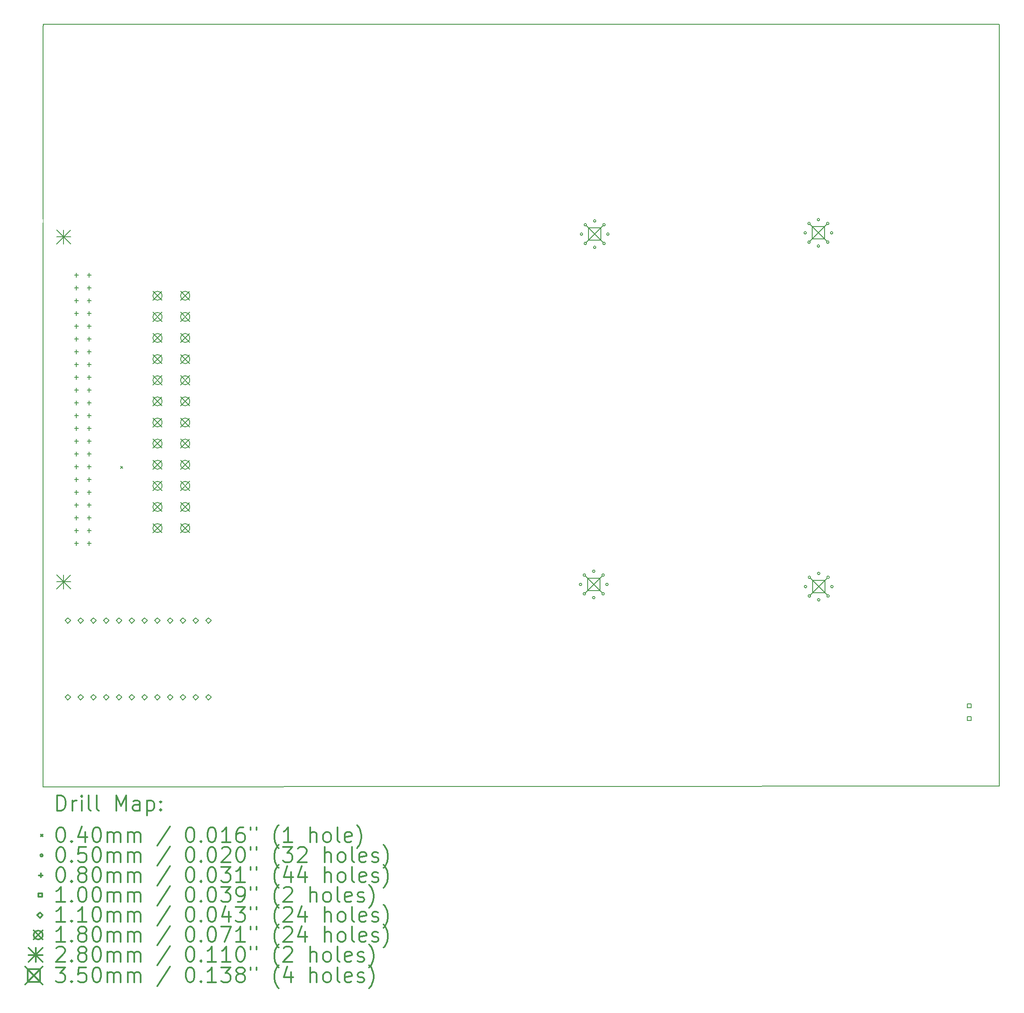
<source format=gbr>
%FSLAX45Y45*%
G04 Gerber Fmt 4.5, Leading zero omitted, Abs format (unit mm)*
G04 Created by KiCad (PCBNEW (5.1.9)-1) date 2021-07-01 20:44:54*
%MOMM*%
%LPD*%
G01*
G04 APERTURE LIST*
%TA.AperFunction,Profile*%
%ADD10C,0.050000*%
%TD*%
%TA.AperFunction,Profile*%
%ADD11C,0.152400*%
%TD*%
%ADD12C,0.200000*%
%ADD13C,0.300000*%
G04 APERTURE END LIST*
D10*
X4018000Y-2208000D02*
X4019000Y-2208000D01*
X4018000Y-2223000D02*
X4018000Y-2208000D01*
X4008000Y-2202000D02*
X4020000Y-2207000D01*
X4008000Y-2224000D02*
X4008000Y-2202000D01*
X4009000Y-2203000D02*
X4009000Y-2225000D01*
X4021000Y-2202000D02*
X4021000Y-2203000D01*
X4013000Y-2229000D02*
X4021000Y-2202000D01*
X23012400Y-2203450D02*
X23012400Y-2209800D01*
D11*
X4013200Y-2203450D02*
X23012400Y-2203450D01*
D10*
X4013200Y-2222500D02*
X4013200Y-2203450D01*
D11*
X23012400Y-2209800D02*
X23012400Y-17348200D01*
X4013200Y-17360900D02*
X23012400Y-17348200D01*
X4013200Y-6070600D02*
X4013200Y-2222500D01*
D10*
X4013200Y-6146800D02*
X4013200Y-6070600D01*
D11*
X4013200Y-13550900D02*
X4013200Y-17360900D01*
X4013200Y-6146800D02*
X4013200Y-13576300D01*
D12*
X5555808Y-10988868D02*
X5595808Y-11028868D01*
X5595808Y-10988868D02*
X5555808Y-11028868D01*
X14714850Y-13337300D02*
G75*
G03*
X14714850Y-13337300I-25000J0D01*
G01*
X14733900Y-6371350D02*
G75*
G03*
X14733900Y-6371350I-25000J0D01*
G01*
X14791734Y-13151684D02*
G75*
G03*
X14791734Y-13151684I-25000J0D01*
G01*
X14791734Y-13522915D02*
G75*
G03*
X14791734Y-13522915I-25000J0D01*
G01*
X14810784Y-6185734D02*
G75*
G03*
X14810784Y-6185734I-25000J0D01*
G01*
X14810784Y-6556965D02*
G75*
G03*
X14810784Y-6556965I-25000J0D01*
G01*
X14977350Y-13074800D02*
G75*
G03*
X14977350Y-13074800I-25000J0D01*
G01*
X14977350Y-13599800D02*
G75*
G03*
X14977350Y-13599800I-25000J0D01*
G01*
X14996400Y-6108850D02*
G75*
G03*
X14996400Y-6108850I-25000J0D01*
G01*
X14996400Y-6633850D02*
G75*
G03*
X14996400Y-6633850I-25000J0D01*
G01*
X15162965Y-13151684D02*
G75*
G03*
X15162965Y-13151684I-25000J0D01*
G01*
X15162965Y-13522915D02*
G75*
G03*
X15162965Y-13522915I-25000J0D01*
G01*
X15182015Y-6185734D02*
G75*
G03*
X15182015Y-6185734I-25000J0D01*
G01*
X15182015Y-6556965D02*
G75*
G03*
X15182015Y-6556965I-25000J0D01*
G01*
X15239850Y-13337300D02*
G75*
G03*
X15239850Y-13337300I-25000J0D01*
G01*
X15258900Y-6371350D02*
G75*
G03*
X15258900Y-6371350I-25000J0D01*
G01*
X19178900Y-6345950D02*
G75*
G03*
X19178900Y-6345950I-25000J0D01*
G01*
X19185250Y-13381750D02*
G75*
G03*
X19185250Y-13381750I-25000J0D01*
G01*
X19255785Y-6160334D02*
G75*
G03*
X19255785Y-6160334I-25000J0D01*
G01*
X19255785Y-6531565D02*
G75*
G03*
X19255785Y-6531565I-25000J0D01*
G01*
X19262135Y-13196134D02*
G75*
G03*
X19262135Y-13196134I-25000J0D01*
G01*
X19262135Y-13567365D02*
G75*
G03*
X19262135Y-13567365I-25000J0D01*
G01*
X19441400Y-6083450D02*
G75*
G03*
X19441400Y-6083450I-25000J0D01*
G01*
X19441400Y-6608450D02*
G75*
G03*
X19441400Y-6608450I-25000J0D01*
G01*
X19447750Y-13119250D02*
G75*
G03*
X19447750Y-13119250I-25000J0D01*
G01*
X19447750Y-13644250D02*
G75*
G03*
X19447750Y-13644250I-25000J0D01*
G01*
X19627016Y-6160334D02*
G75*
G03*
X19627016Y-6160334I-25000J0D01*
G01*
X19627016Y-6531565D02*
G75*
G03*
X19627016Y-6531565I-25000J0D01*
G01*
X19633366Y-13196134D02*
G75*
G03*
X19633366Y-13196134I-25000J0D01*
G01*
X19633366Y-13567365D02*
G75*
G03*
X19633366Y-13567365I-25000J0D01*
G01*
X19703900Y-6345950D02*
G75*
G03*
X19703900Y-6345950I-25000J0D01*
G01*
X19710250Y-13381750D02*
G75*
G03*
X19710250Y-13381750I-25000J0D01*
G01*
X4673600Y-7148200D02*
X4673600Y-7228200D01*
X4633600Y-7188200D02*
X4713600Y-7188200D01*
X4673600Y-7402200D02*
X4673600Y-7482200D01*
X4633600Y-7442200D02*
X4713600Y-7442200D01*
X4673600Y-7656200D02*
X4673600Y-7736200D01*
X4633600Y-7696200D02*
X4713600Y-7696200D01*
X4673600Y-7910200D02*
X4673600Y-7990200D01*
X4633600Y-7950200D02*
X4713600Y-7950200D01*
X4673600Y-8164200D02*
X4673600Y-8244200D01*
X4633600Y-8204200D02*
X4713600Y-8204200D01*
X4673600Y-8418200D02*
X4673600Y-8498200D01*
X4633600Y-8458200D02*
X4713600Y-8458200D01*
X4673600Y-8672200D02*
X4673600Y-8752200D01*
X4633600Y-8712200D02*
X4713600Y-8712200D01*
X4673600Y-8926200D02*
X4673600Y-9006200D01*
X4633600Y-8966200D02*
X4713600Y-8966200D01*
X4673600Y-9180200D02*
X4673600Y-9260200D01*
X4633600Y-9220200D02*
X4713600Y-9220200D01*
X4673600Y-9434200D02*
X4673600Y-9514200D01*
X4633600Y-9474200D02*
X4713600Y-9474200D01*
X4673600Y-9688200D02*
X4673600Y-9768200D01*
X4633600Y-9728200D02*
X4713600Y-9728200D01*
X4673600Y-9942200D02*
X4673600Y-10022200D01*
X4633600Y-9982200D02*
X4713600Y-9982200D01*
X4673600Y-10196200D02*
X4673600Y-10276200D01*
X4633600Y-10236200D02*
X4713600Y-10236200D01*
X4673600Y-10450200D02*
X4673600Y-10530200D01*
X4633600Y-10490200D02*
X4713600Y-10490200D01*
X4673600Y-10704200D02*
X4673600Y-10784200D01*
X4633600Y-10744200D02*
X4713600Y-10744200D01*
X4673600Y-10958200D02*
X4673600Y-11038200D01*
X4633600Y-10998200D02*
X4713600Y-10998200D01*
X4673600Y-11212200D02*
X4673600Y-11292200D01*
X4633600Y-11252200D02*
X4713600Y-11252200D01*
X4673600Y-11466200D02*
X4673600Y-11546200D01*
X4633600Y-11506200D02*
X4713600Y-11506200D01*
X4673600Y-11720200D02*
X4673600Y-11800200D01*
X4633600Y-11760200D02*
X4713600Y-11760200D01*
X4673600Y-11974200D02*
X4673600Y-12054200D01*
X4633600Y-12014200D02*
X4713600Y-12014200D01*
X4673600Y-12228200D02*
X4673600Y-12308200D01*
X4633600Y-12268200D02*
X4713600Y-12268200D01*
X4673600Y-12482200D02*
X4673600Y-12562200D01*
X4633600Y-12522200D02*
X4713600Y-12522200D01*
X4927600Y-7148200D02*
X4927600Y-7228200D01*
X4887600Y-7188200D02*
X4967600Y-7188200D01*
X4927600Y-7402200D02*
X4927600Y-7482200D01*
X4887600Y-7442200D02*
X4967600Y-7442200D01*
X4927600Y-7656200D02*
X4927600Y-7736200D01*
X4887600Y-7696200D02*
X4967600Y-7696200D01*
X4927600Y-7910200D02*
X4927600Y-7990200D01*
X4887600Y-7950200D02*
X4967600Y-7950200D01*
X4927600Y-8164200D02*
X4927600Y-8244200D01*
X4887600Y-8204200D02*
X4967600Y-8204200D01*
X4927600Y-8418200D02*
X4927600Y-8498200D01*
X4887600Y-8458200D02*
X4967600Y-8458200D01*
X4927600Y-8672200D02*
X4927600Y-8752200D01*
X4887600Y-8712200D02*
X4967600Y-8712200D01*
X4927600Y-8926200D02*
X4927600Y-9006200D01*
X4887600Y-8966200D02*
X4967600Y-8966200D01*
X4927600Y-9180200D02*
X4927600Y-9260200D01*
X4887600Y-9220200D02*
X4967600Y-9220200D01*
X4927600Y-9434200D02*
X4927600Y-9514200D01*
X4887600Y-9474200D02*
X4967600Y-9474200D01*
X4927600Y-9688200D02*
X4927600Y-9768200D01*
X4887600Y-9728200D02*
X4967600Y-9728200D01*
X4927600Y-9942200D02*
X4927600Y-10022200D01*
X4887600Y-9982200D02*
X4967600Y-9982200D01*
X4927600Y-10196200D02*
X4927600Y-10276200D01*
X4887600Y-10236200D02*
X4967600Y-10236200D01*
X4927600Y-10450200D02*
X4927600Y-10530200D01*
X4887600Y-10490200D02*
X4967600Y-10490200D01*
X4927600Y-10704200D02*
X4927600Y-10784200D01*
X4887600Y-10744200D02*
X4967600Y-10744200D01*
X4927600Y-10958200D02*
X4927600Y-11038200D01*
X4887600Y-10998200D02*
X4967600Y-10998200D01*
X4927600Y-11212200D02*
X4927600Y-11292200D01*
X4887600Y-11252200D02*
X4967600Y-11252200D01*
X4927600Y-11466200D02*
X4927600Y-11546200D01*
X4887600Y-11506200D02*
X4967600Y-11506200D01*
X4927600Y-11720200D02*
X4927600Y-11800200D01*
X4887600Y-11760200D02*
X4967600Y-11760200D01*
X4927600Y-11974200D02*
X4927600Y-12054200D01*
X4887600Y-12014200D02*
X4967600Y-12014200D01*
X4927600Y-12228200D02*
X4927600Y-12308200D01*
X4887600Y-12268200D02*
X4967600Y-12268200D01*
X4927600Y-12482200D02*
X4927600Y-12562200D01*
X4887600Y-12522200D02*
X4967600Y-12522200D01*
X22449356Y-15786356D02*
X22449356Y-15715644D01*
X22378644Y-15715644D01*
X22378644Y-15786356D01*
X22449356Y-15786356D01*
X22449356Y-16040356D02*
X22449356Y-15969644D01*
X22378644Y-15969644D01*
X22378644Y-16040356D01*
X22449356Y-16040356D01*
X4505316Y-14110596D02*
X4560316Y-14055596D01*
X4505316Y-14000596D01*
X4450316Y-14055596D01*
X4505316Y-14110596D01*
X4505316Y-15634596D02*
X4560316Y-15579596D01*
X4505316Y-15524596D01*
X4450316Y-15579596D01*
X4505316Y-15634596D01*
X4759316Y-14110596D02*
X4814316Y-14055596D01*
X4759316Y-14000596D01*
X4704316Y-14055596D01*
X4759316Y-14110596D01*
X4759316Y-15634596D02*
X4814316Y-15579596D01*
X4759316Y-15524596D01*
X4704316Y-15579596D01*
X4759316Y-15634596D01*
X5013316Y-14110596D02*
X5068316Y-14055596D01*
X5013316Y-14000596D01*
X4958316Y-14055596D01*
X5013316Y-14110596D01*
X5013316Y-15634596D02*
X5068316Y-15579596D01*
X5013316Y-15524596D01*
X4958316Y-15579596D01*
X5013316Y-15634596D01*
X5267316Y-14110596D02*
X5322316Y-14055596D01*
X5267316Y-14000596D01*
X5212316Y-14055596D01*
X5267316Y-14110596D01*
X5267316Y-15634596D02*
X5322316Y-15579596D01*
X5267316Y-15524596D01*
X5212316Y-15579596D01*
X5267316Y-15634596D01*
X5521316Y-14110596D02*
X5576316Y-14055596D01*
X5521316Y-14000596D01*
X5466316Y-14055596D01*
X5521316Y-14110596D01*
X5521316Y-15634596D02*
X5576316Y-15579596D01*
X5521316Y-15524596D01*
X5466316Y-15579596D01*
X5521316Y-15634596D01*
X5775316Y-14110596D02*
X5830316Y-14055596D01*
X5775316Y-14000596D01*
X5720316Y-14055596D01*
X5775316Y-14110596D01*
X5775316Y-15634596D02*
X5830316Y-15579596D01*
X5775316Y-15524596D01*
X5720316Y-15579596D01*
X5775316Y-15634596D01*
X6029316Y-14110596D02*
X6084316Y-14055596D01*
X6029316Y-14000596D01*
X5974316Y-14055596D01*
X6029316Y-14110596D01*
X6029316Y-15634596D02*
X6084316Y-15579596D01*
X6029316Y-15524596D01*
X5974316Y-15579596D01*
X6029316Y-15634596D01*
X6283316Y-14110596D02*
X6338316Y-14055596D01*
X6283316Y-14000596D01*
X6228316Y-14055596D01*
X6283316Y-14110596D01*
X6283316Y-15634596D02*
X6338316Y-15579596D01*
X6283316Y-15524596D01*
X6228316Y-15579596D01*
X6283316Y-15634596D01*
X6537316Y-14110596D02*
X6592316Y-14055596D01*
X6537316Y-14000596D01*
X6482316Y-14055596D01*
X6537316Y-14110596D01*
X6537316Y-15634596D02*
X6592316Y-15579596D01*
X6537316Y-15524596D01*
X6482316Y-15579596D01*
X6537316Y-15634596D01*
X6791316Y-14110596D02*
X6846316Y-14055596D01*
X6791316Y-14000596D01*
X6736316Y-14055596D01*
X6791316Y-14110596D01*
X6791316Y-15634596D02*
X6846316Y-15579596D01*
X6791316Y-15524596D01*
X6736316Y-15579596D01*
X6791316Y-15634596D01*
X7045316Y-14110596D02*
X7100316Y-14055596D01*
X7045316Y-14000596D01*
X6990316Y-14055596D01*
X7045316Y-14110596D01*
X7045316Y-15634596D02*
X7100316Y-15579596D01*
X7045316Y-15524596D01*
X6990316Y-15579596D01*
X7045316Y-15634596D01*
X7299316Y-14110596D02*
X7354316Y-14055596D01*
X7299316Y-14000596D01*
X7244316Y-14055596D01*
X7299316Y-14110596D01*
X7299316Y-15634596D02*
X7354316Y-15579596D01*
X7299316Y-15524596D01*
X7244316Y-15579596D01*
X7299316Y-15634596D01*
X6195714Y-7507060D02*
X6375714Y-7687060D01*
X6375714Y-7507060D02*
X6195714Y-7687060D01*
X6375714Y-7597060D02*
G75*
G03*
X6375714Y-7597060I-90000J0D01*
G01*
X6195714Y-7927060D02*
X6375714Y-8107060D01*
X6375714Y-7927060D02*
X6195714Y-8107060D01*
X6375714Y-8017060D02*
G75*
G03*
X6375714Y-8017060I-90000J0D01*
G01*
X6195714Y-8347060D02*
X6375714Y-8527060D01*
X6375714Y-8347060D02*
X6195714Y-8527060D01*
X6375714Y-8437060D02*
G75*
G03*
X6375714Y-8437060I-90000J0D01*
G01*
X6195714Y-8767060D02*
X6375714Y-8947060D01*
X6375714Y-8767060D02*
X6195714Y-8947060D01*
X6375714Y-8857060D02*
G75*
G03*
X6375714Y-8857060I-90000J0D01*
G01*
X6195714Y-9187060D02*
X6375714Y-9367060D01*
X6375714Y-9187060D02*
X6195714Y-9367060D01*
X6375714Y-9277060D02*
G75*
G03*
X6375714Y-9277060I-90000J0D01*
G01*
X6195714Y-9607060D02*
X6375714Y-9787060D01*
X6375714Y-9607060D02*
X6195714Y-9787060D01*
X6375714Y-9697060D02*
G75*
G03*
X6375714Y-9697060I-90000J0D01*
G01*
X6195714Y-10027060D02*
X6375714Y-10207060D01*
X6375714Y-10027060D02*
X6195714Y-10207060D01*
X6375714Y-10117060D02*
G75*
G03*
X6375714Y-10117060I-90000J0D01*
G01*
X6195714Y-10447060D02*
X6375714Y-10627060D01*
X6375714Y-10447060D02*
X6195714Y-10627060D01*
X6375714Y-10537060D02*
G75*
G03*
X6375714Y-10537060I-90000J0D01*
G01*
X6195714Y-10867060D02*
X6375714Y-11047060D01*
X6375714Y-10867060D02*
X6195714Y-11047060D01*
X6375714Y-10957060D02*
G75*
G03*
X6375714Y-10957060I-90000J0D01*
G01*
X6195714Y-11287060D02*
X6375714Y-11467060D01*
X6375714Y-11287060D02*
X6195714Y-11467060D01*
X6375714Y-11377060D02*
G75*
G03*
X6375714Y-11377060I-90000J0D01*
G01*
X6195714Y-11707060D02*
X6375714Y-11887060D01*
X6375714Y-11707060D02*
X6195714Y-11887060D01*
X6375714Y-11797060D02*
G75*
G03*
X6375714Y-11797060I-90000J0D01*
G01*
X6195714Y-12127060D02*
X6375714Y-12307060D01*
X6375714Y-12127060D02*
X6195714Y-12307060D01*
X6375714Y-12217060D02*
G75*
G03*
X6375714Y-12217060I-90000J0D01*
G01*
X6745714Y-7507060D02*
X6925714Y-7687060D01*
X6925714Y-7507060D02*
X6745714Y-7687060D01*
X6925714Y-7597060D02*
G75*
G03*
X6925714Y-7597060I-90000J0D01*
G01*
X6745714Y-7927060D02*
X6925714Y-8107060D01*
X6925714Y-7927060D02*
X6745714Y-8107060D01*
X6925714Y-8017060D02*
G75*
G03*
X6925714Y-8017060I-90000J0D01*
G01*
X6745714Y-8347060D02*
X6925714Y-8527060D01*
X6925714Y-8347060D02*
X6745714Y-8527060D01*
X6925714Y-8437060D02*
G75*
G03*
X6925714Y-8437060I-90000J0D01*
G01*
X6745714Y-8767060D02*
X6925714Y-8947060D01*
X6925714Y-8767060D02*
X6745714Y-8947060D01*
X6925714Y-8857060D02*
G75*
G03*
X6925714Y-8857060I-90000J0D01*
G01*
X6745714Y-9187060D02*
X6925714Y-9367060D01*
X6925714Y-9187060D02*
X6745714Y-9367060D01*
X6925714Y-9277060D02*
G75*
G03*
X6925714Y-9277060I-90000J0D01*
G01*
X6745714Y-9607060D02*
X6925714Y-9787060D01*
X6925714Y-9607060D02*
X6745714Y-9787060D01*
X6925714Y-9697060D02*
G75*
G03*
X6925714Y-9697060I-90000J0D01*
G01*
X6745714Y-10027060D02*
X6925714Y-10207060D01*
X6925714Y-10027060D02*
X6745714Y-10207060D01*
X6925714Y-10117060D02*
G75*
G03*
X6925714Y-10117060I-90000J0D01*
G01*
X6745714Y-10447060D02*
X6925714Y-10627060D01*
X6925714Y-10447060D02*
X6745714Y-10627060D01*
X6925714Y-10537060D02*
G75*
G03*
X6925714Y-10537060I-90000J0D01*
G01*
X6745714Y-10867060D02*
X6925714Y-11047060D01*
X6925714Y-10867060D02*
X6745714Y-11047060D01*
X6925714Y-10957060D02*
G75*
G03*
X6925714Y-10957060I-90000J0D01*
G01*
X6745714Y-11287060D02*
X6925714Y-11467060D01*
X6925714Y-11287060D02*
X6745714Y-11467060D01*
X6925714Y-11377060D02*
G75*
G03*
X6925714Y-11377060I-90000J0D01*
G01*
X6745714Y-11707060D02*
X6925714Y-11887060D01*
X6925714Y-11707060D02*
X6745714Y-11887060D01*
X6925714Y-11797060D02*
G75*
G03*
X6925714Y-11797060I-90000J0D01*
G01*
X6745714Y-12127060D02*
X6925714Y-12307060D01*
X6925714Y-12127060D02*
X6745714Y-12307060D01*
X6925714Y-12217060D02*
G75*
G03*
X6925714Y-12217060I-90000J0D01*
G01*
X4279600Y-6286200D02*
X4559600Y-6566200D01*
X4559600Y-6286200D02*
X4279600Y-6566200D01*
X4419600Y-6286200D02*
X4419600Y-6566200D01*
X4279600Y-6426200D02*
X4559600Y-6426200D01*
X4279600Y-13144200D02*
X4559600Y-13424200D01*
X4559600Y-13144200D02*
X4279600Y-13424200D01*
X4419600Y-13144200D02*
X4419600Y-13424200D01*
X4279600Y-13284200D02*
X4559600Y-13284200D01*
X14777350Y-13162300D02*
X15127350Y-13512300D01*
X15127350Y-13162300D02*
X14777350Y-13512300D01*
X15076095Y-13461045D02*
X15076095Y-13213555D01*
X14828605Y-13213555D01*
X14828605Y-13461045D01*
X15076095Y-13461045D01*
X14796400Y-6196350D02*
X15146400Y-6546350D01*
X15146400Y-6196350D02*
X14796400Y-6546350D01*
X15095145Y-6495095D02*
X15095145Y-6247605D01*
X14847655Y-6247605D01*
X14847655Y-6495095D01*
X15095145Y-6495095D01*
X19241400Y-6170950D02*
X19591400Y-6520950D01*
X19591400Y-6170950D02*
X19241400Y-6520950D01*
X19540145Y-6469695D02*
X19540145Y-6222205D01*
X19292655Y-6222205D01*
X19292655Y-6469695D01*
X19540145Y-6469695D01*
X19247750Y-13206750D02*
X19597750Y-13556750D01*
X19597750Y-13206750D02*
X19247750Y-13556750D01*
X19546495Y-13505495D02*
X19546495Y-13258005D01*
X19299005Y-13258005D01*
X19299005Y-13505495D01*
X19546495Y-13505495D01*
D13*
X4291928Y-17834234D02*
X4291928Y-17534234D01*
X4363357Y-17534234D01*
X4406214Y-17548520D01*
X4434786Y-17577092D01*
X4449071Y-17605663D01*
X4463357Y-17662806D01*
X4463357Y-17705663D01*
X4449071Y-17762806D01*
X4434786Y-17791377D01*
X4406214Y-17819949D01*
X4363357Y-17834234D01*
X4291928Y-17834234D01*
X4591928Y-17834234D02*
X4591928Y-17634234D01*
X4591928Y-17691377D02*
X4606214Y-17662806D01*
X4620500Y-17648520D01*
X4649071Y-17634234D01*
X4677643Y-17634234D01*
X4777643Y-17834234D02*
X4777643Y-17634234D01*
X4777643Y-17534234D02*
X4763357Y-17548520D01*
X4777643Y-17562806D01*
X4791928Y-17548520D01*
X4777643Y-17534234D01*
X4777643Y-17562806D01*
X4963357Y-17834234D02*
X4934786Y-17819949D01*
X4920500Y-17791377D01*
X4920500Y-17534234D01*
X5120500Y-17834234D02*
X5091928Y-17819949D01*
X5077643Y-17791377D01*
X5077643Y-17534234D01*
X5463357Y-17834234D02*
X5463357Y-17534234D01*
X5563357Y-17748520D01*
X5663357Y-17534234D01*
X5663357Y-17834234D01*
X5934786Y-17834234D02*
X5934786Y-17677092D01*
X5920500Y-17648520D01*
X5891928Y-17634234D01*
X5834786Y-17634234D01*
X5806214Y-17648520D01*
X5934786Y-17819949D02*
X5906214Y-17834234D01*
X5834786Y-17834234D01*
X5806214Y-17819949D01*
X5791928Y-17791377D01*
X5791928Y-17762806D01*
X5806214Y-17734234D01*
X5834786Y-17719949D01*
X5906214Y-17719949D01*
X5934786Y-17705663D01*
X6077643Y-17634234D02*
X6077643Y-17934234D01*
X6077643Y-17648520D02*
X6106214Y-17634234D01*
X6163357Y-17634234D01*
X6191928Y-17648520D01*
X6206214Y-17662806D01*
X6220500Y-17691377D01*
X6220500Y-17777092D01*
X6206214Y-17805663D01*
X6191928Y-17819949D01*
X6163357Y-17834234D01*
X6106214Y-17834234D01*
X6077643Y-17819949D01*
X6349071Y-17805663D02*
X6363357Y-17819949D01*
X6349071Y-17834234D01*
X6334786Y-17819949D01*
X6349071Y-17805663D01*
X6349071Y-17834234D01*
X6349071Y-17648520D02*
X6363357Y-17662806D01*
X6349071Y-17677092D01*
X6334786Y-17662806D01*
X6349071Y-17648520D01*
X6349071Y-17677092D01*
X3965500Y-18308520D02*
X4005500Y-18348520D01*
X4005500Y-18308520D02*
X3965500Y-18348520D01*
X4349071Y-18164234D02*
X4377643Y-18164234D01*
X4406214Y-18178520D01*
X4420500Y-18192806D01*
X4434786Y-18221377D01*
X4449071Y-18278520D01*
X4449071Y-18349949D01*
X4434786Y-18407092D01*
X4420500Y-18435663D01*
X4406214Y-18449949D01*
X4377643Y-18464234D01*
X4349071Y-18464234D01*
X4320500Y-18449949D01*
X4306214Y-18435663D01*
X4291928Y-18407092D01*
X4277643Y-18349949D01*
X4277643Y-18278520D01*
X4291928Y-18221377D01*
X4306214Y-18192806D01*
X4320500Y-18178520D01*
X4349071Y-18164234D01*
X4577643Y-18435663D02*
X4591928Y-18449949D01*
X4577643Y-18464234D01*
X4563357Y-18449949D01*
X4577643Y-18435663D01*
X4577643Y-18464234D01*
X4849071Y-18264234D02*
X4849071Y-18464234D01*
X4777643Y-18149949D02*
X4706214Y-18364234D01*
X4891928Y-18364234D01*
X5063357Y-18164234D02*
X5091928Y-18164234D01*
X5120500Y-18178520D01*
X5134786Y-18192806D01*
X5149071Y-18221377D01*
X5163357Y-18278520D01*
X5163357Y-18349949D01*
X5149071Y-18407092D01*
X5134786Y-18435663D01*
X5120500Y-18449949D01*
X5091928Y-18464234D01*
X5063357Y-18464234D01*
X5034786Y-18449949D01*
X5020500Y-18435663D01*
X5006214Y-18407092D01*
X4991928Y-18349949D01*
X4991928Y-18278520D01*
X5006214Y-18221377D01*
X5020500Y-18192806D01*
X5034786Y-18178520D01*
X5063357Y-18164234D01*
X5291928Y-18464234D02*
X5291928Y-18264234D01*
X5291928Y-18292806D02*
X5306214Y-18278520D01*
X5334786Y-18264234D01*
X5377643Y-18264234D01*
X5406214Y-18278520D01*
X5420500Y-18307092D01*
X5420500Y-18464234D01*
X5420500Y-18307092D02*
X5434786Y-18278520D01*
X5463357Y-18264234D01*
X5506214Y-18264234D01*
X5534786Y-18278520D01*
X5549071Y-18307092D01*
X5549071Y-18464234D01*
X5691928Y-18464234D02*
X5691928Y-18264234D01*
X5691928Y-18292806D02*
X5706214Y-18278520D01*
X5734786Y-18264234D01*
X5777643Y-18264234D01*
X5806214Y-18278520D01*
X5820500Y-18307092D01*
X5820500Y-18464234D01*
X5820500Y-18307092D02*
X5834786Y-18278520D01*
X5863357Y-18264234D01*
X5906214Y-18264234D01*
X5934786Y-18278520D01*
X5949071Y-18307092D01*
X5949071Y-18464234D01*
X6534786Y-18149949D02*
X6277643Y-18535663D01*
X6920500Y-18164234D02*
X6949071Y-18164234D01*
X6977643Y-18178520D01*
X6991928Y-18192806D01*
X7006214Y-18221377D01*
X7020500Y-18278520D01*
X7020500Y-18349949D01*
X7006214Y-18407092D01*
X6991928Y-18435663D01*
X6977643Y-18449949D01*
X6949071Y-18464234D01*
X6920500Y-18464234D01*
X6891928Y-18449949D01*
X6877643Y-18435663D01*
X6863357Y-18407092D01*
X6849071Y-18349949D01*
X6849071Y-18278520D01*
X6863357Y-18221377D01*
X6877643Y-18192806D01*
X6891928Y-18178520D01*
X6920500Y-18164234D01*
X7149071Y-18435663D02*
X7163357Y-18449949D01*
X7149071Y-18464234D01*
X7134786Y-18449949D01*
X7149071Y-18435663D01*
X7149071Y-18464234D01*
X7349071Y-18164234D02*
X7377643Y-18164234D01*
X7406214Y-18178520D01*
X7420500Y-18192806D01*
X7434786Y-18221377D01*
X7449071Y-18278520D01*
X7449071Y-18349949D01*
X7434786Y-18407092D01*
X7420500Y-18435663D01*
X7406214Y-18449949D01*
X7377643Y-18464234D01*
X7349071Y-18464234D01*
X7320500Y-18449949D01*
X7306214Y-18435663D01*
X7291928Y-18407092D01*
X7277643Y-18349949D01*
X7277643Y-18278520D01*
X7291928Y-18221377D01*
X7306214Y-18192806D01*
X7320500Y-18178520D01*
X7349071Y-18164234D01*
X7734786Y-18464234D02*
X7563357Y-18464234D01*
X7649071Y-18464234D02*
X7649071Y-18164234D01*
X7620500Y-18207092D01*
X7591928Y-18235663D01*
X7563357Y-18249949D01*
X7991928Y-18164234D02*
X7934786Y-18164234D01*
X7906214Y-18178520D01*
X7891928Y-18192806D01*
X7863357Y-18235663D01*
X7849071Y-18292806D01*
X7849071Y-18407092D01*
X7863357Y-18435663D01*
X7877643Y-18449949D01*
X7906214Y-18464234D01*
X7963357Y-18464234D01*
X7991928Y-18449949D01*
X8006214Y-18435663D01*
X8020500Y-18407092D01*
X8020500Y-18335663D01*
X8006214Y-18307092D01*
X7991928Y-18292806D01*
X7963357Y-18278520D01*
X7906214Y-18278520D01*
X7877643Y-18292806D01*
X7863357Y-18307092D01*
X7849071Y-18335663D01*
X8134786Y-18164234D02*
X8134786Y-18221377D01*
X8249071Y-18164234D02*
X8249071Y-18221377D01*
X8691928Y-18578520D02*
X8677643Y-18564234D01*
X8649071Y-18521377D01*
X8634786Y-18492806D01*
X8620500Y-18449949D01*
X8606214Y-18378520D01*
X8606214Y-18321377D01*
X8620500Y-18249949D01*
X8634786Y-18207092D01*
X8649071Y-18178520D01*
X8677643Y-18135663D01*
X8691928Y-18121377D01*
X8963357Y-18464234D02*
X8791928Y-18464234D01*
X8877643Y-18464234D02*
X8877643Y-18164234D01*
X8849071Y-18207092D01*
X8820500Y-18235663D01*
X8791928Y-18249949D01*
X9320500Y-18464234D02*
X9320500Y-18164234D01*
X9449071Y-18464234D02*
X9449071Y-18307092D01*
X9434786Y-18278520D01*
X9406214Y-18264234D01*
X9363357Y-18264234D01*
X9334786Y-18278520D01*
X9320500Y-18292806D01*
X9634786Y-18464234D02*
X9606214Y-18449949D01*
X9591928Y-18435663D01*
X9577643Y-18407092D01*
X9577643Y-18321377D01*
X9591928Y-18292806D01*
X9606214Y-18278520D01*
X9634786Y-18264234D01*
X9677643Y-18264234D01*
X9706214Y-18278520D01*
X9720500Y-18292806D01*
X9734786Y-18321377D01*
X9734786Y-18407092D01*
X9720500Y-18435663D01*
X9706214Y-18449949D01*
X9677643Y-18464234D01*
X9634786Y-18464234D01*
X9906214Y-18464234D02*
X9877643Y-18449949D01*
X9863357Y-18421377D01*
X9863357Y-18164234D01*
X10134786Y-18449949D02*
X10106214Y-18464234D01*
X10049071Y-18464234D01*
X10020500Y-18449949D01*
X10006214Y-18421377D01*
X10006214Y-18307092D01*
X10020500Y-18278520D01*
X10049071Y-18264234D01*
X10106214Y-18264234D01*
X10134786Y-18278520D01*
X10149071Y-18307092D01*
X10149071Y-18335663D01*
X10006214Y-18364234D01*
X10249071Y-18578520D02*
X10263357Y-18564234D01*
X10291928Y-18521377D01*
X10306214Y-18492806D01*
X10320500Y-18449949D01*
X10334786Y-18378520D01*
X10334786Y-18321377D01*
X10320500Y-18249949D01*
X10306214Y-18207092D01*
X10291928Y-18178520D01*
X10263357Y-18135663D01*
X10249071Y-18121377D01*
X4005500Y-18724520D02*
G75*
G03*
X4005500Y-18724520I-25000J0D01*
G01*
X4349071Y-18560234D02*
X4377643Y-18560234D01*
X4406214Y-18574520D01*
X4420500Y-18588806D01*
X4434786Y-18617377D01*
X4449071Y-18674520D01*
X4449071Y-18745949D01*
X4434786Y-18803092D01*
X4420500Y-18831663D01*
X4406214Y-18845949D01*
X4377643Y-18860234D01*
X4349071Y-18860234D01*
X4320500Y-18845949D01*
X4306214Y-18831663D01*
X4291928Y-18803092D01*
X4277643Y-18745949D01*
X4277643Y-18674520D01*
X4291928Y-18617377D01*
X4306214Y-18588806D01*
X4320500Y-18574520D01*
X4349071Y-18560234D01*
X4577643Y-18831663D02*
X4591928Y-18845949D01*
X4577643Y-18860234D01*
X4563357Y-18845949D01*
X4577643Y-18831663D01*
X4577643Y-18860234D01*
X4863357Y-18560234D02*
X4720500Y-18560234D01*
X4706214Y-18703092D01*
X4720500Y-18688806D01*
X4749071Y-18674520D01*
X4820500Y-18674520D01*
X4849071Y-18688806D01*
X4863357Y-18703092D01*
X4877643Y-18731663D01*
X4877643Y-18803092D01*
X4863357Y-18831663D01*
X4849071Y-18845949D01*
X4820500Y-18860234D01*
X4749071Y-18860234D01*
X4720500Y-18845949D01*
X4706214Y-18831663D01*
X5063357Y-18560234D02*
X5091928Y-18560234D01*
X5120500Y-18574520D01*
X5134786Y-18588806D01*
X5149071Y-18617377D01*
X5163357Y-18674520D01*
X5163357Y-18745949D01*
X5149071Y-18803092D01*
X5134786Y-18831663D01*
X5120500Y-18845949D01*
X5091928Y-18860234D01*
X5063357Y-18860234D01*
X5034786Y-18845949D01*
X5020500Y-18831663D01*
X5006214Y-18803092D01*
X4991928Y-18745949D01*
X4991928Y-18674520D01*
X5006214Y-18617377D01*
X5020500Y-18588806D01*
X5034786Y-18574520D01*
X5063357Y-18560234D01*
X5291928Y-18860234D02*
X5291928Y-18660234D01*
X5291928Y-18688806D02*
X5306214Y-18674520D01*
X5334786Y-18660234D01*
X5377643Y-18660234D01*
X5406214Y-18674520D01*
X5420500Y-18703092D01*
X5420500Y-18860234D01*
X5420500Y-18703092D02*
X5434786Y-18674520D01*
X5463357Y-18660234D01*
X5506214Y-18660234D01*
X5534786Y-18674520D01*
X5549071Y-18703092D01*
X5549071Y-18860234D01*
X5691928Y-18860234D02*
X5691928Y-18660234D01*
X5691928Y-18688806D02*
X5706214Y-18674520D01*
X5734786Y-18660234D01*
X5777643Y-18660234D01*
X5806214Y-18674520D01*
X5820500Y-18703092D01*
X5820500Y-18860234D01*
X5820500Y-18703092D02*
X5834786Y-18674520D01*
X5863357Y-18660234D01*
X5906214Y-18660234D01*
X5934786Y-18674520D01*
X5949071Y-18703092D01*
X5949071Y-18860234D01*
X6534786Y-18545949D02*
X6277643Y-18931663D01*
X6920500Y-18560234D02*
X6949071Y-18560234D01*
X6977643Y-18574520D01*
X6991928Y-18588806D01*
X7006214Y-18617377D01*
X7020500Y-18674520D01*
X7020500Y-18745949D01*
X7006214Y-18803092D01*
X6991928Y-18831663D01*
X6977643Y-18845949D01*
X6949071Y-18860234D01*
X6920500Y-18860234D01*
X6891928Y-18845949D01*
X6877643Y-18831663D01*
X6863357Y-18803092D01*
X6849071Y-18745949D01*
X6849071Y-18674520D01*
X6863357Y-18617377D01*
X6877643Y-18588806D01*
X6891928Y-18574520D01*
X6920500Y-18560234D01*
X7149071Y-18831663D02*
X7163357Y-18845949D01*
X7149071Y-18860234D01*
X7134786Y-18845949D01*
X7149071Y-18831663D01*
X7149071Y-18860234D01*
X7349071Y-18560234D02*
X7377643Y-18560234D01*
X7406214Y-18574520D01*
X7420500Y-18588806D01*
X7434786Y-18617377D01*
X7449071Y-18674520D01*
X7449071Y-18745949D01*
X7434786Y-18803092D01*
X7420500Y-18831663D01*
X7406214Y-18845949D01*
X7377643Y-18860234D01*
X7349071Y-18860234D01*
X7320500Y-18845949D01*
X7306214Y-18831663D01*
X7291928Y-18803092D01*
X7277643Y-18745949D01*
X7277643Y-18674520D01*
X7291928Y-18617377D01*
X7306214Y-18588806D01*
X7320500Y-18574520D01*
X7349071Y-18560234D01*
X7563357Y-18588806D02*
X7577643Y-18574520D01*
X7606214Y-18560234D01*
X7677643Y-18560234D01*
X7706214Y-18574520D01*
X7720500Y-18588806D01*
X7734786Y-18617377D01*
X7734786Y-18645949D01*
X7720500Y-18688806D01*
X7549071Y-18860234D01*
X7734786Y-18860234D01*
X7920500Y-18560234D02*
X7949071Y-18560234D01*
X7977643Y-18574520D01*
X7991928Y-18588806D01*
X8006214Y-18617377D01*
X8020500Y-18674520D01*
X8020500Y-18745949D01*
X8006214Y-18803092D01*
X7991928Y-18831663D01*
X7977643Y-18845949D01*
X7949071Y-18860234D01*
X7920500Y-18860234D01*
X7891928Y-18845949D01*
X7877643Y-18831663D01*
X7863357Y-18803092D01*
X7849071Y-18745949D01*
X7849071Y-18674520D01*
X7863357Y-18617377D01*
X7877643Y-18588806D01*
X7891928Y-18574520D01*
X7920500Y-18560234D01*
X8134786Y-18560234D02*
X8134786Y-18617377D01*
X8249071Y-18560234D02*
X8249071Y-18617377D01*
X8691928Y-18974520D02*
X8677643Y-18960234D01*
X8649071Y-18917377D01*
X8634786Y-18888806D01*
X8620500Y-18845949D01*
X8606214Y-18774520D01*
X8606214Y-18717377D01*
X8620500Y-18645949D01*
X8634786Y-18603092D01*
X8649071Y-18574520D01*
X8677643Y-18531663D01*
X8691928Y-18517377D01*
X8777643Y-18560234D02*
X8963357Y-18560234D01*
X8863357Y-18674520D01*
X8906214Y-18674520D01*
X8934786Y-18688806D01*
X8949071Y-18703092D01*
X8963357Y-18731663D01*
X8963357Y-18803092D01*
X8949071Y-18831663D01*
X8934786Y-18845949D01*
X8906214Y-18860234D01*
X8820500Y-18860234D01*
X8791928Y-18845949D01*
X8777643Y-18831663D01*
X9077643Y-18588806D02*
X9091928Y-18574520D01*
X9120500Y-18560234D01*
X9191928Y-18560234D01*
X9220500Y-18574520D01*
X9234786Y-18588806D01*
X9249071Y-18617377D01*
X9249071Y-18645949D01*
X9234786Y-18688806D01*
X9063357Y-18860234D01*
X9249071Y-18860234D01*
X9606214Y-18860234D02*
X9606214Y-18560234D01*
X9734786Y-18860234D02*
X9734786Y-18703092D01*
X9720500Y-18674520D01*
X9691928Y-18660234D01*
X9649071Y-18660234D01*
X9620500Y-18674520D01*
X9606214Y-18688806D01*
X9920500Y-18860234D02*
X9891928Y-18845949D01*
X9877643Y-18831663D01*
X9863357Y-18803092D01*
X9863357Y-18717377D01*
X9877643Y-18688806D01*
X9891928Y-18674520D01*
X9920500Y-18660234D01*
X9963357Y-18660234D01*
X9991928Y-18674520D01*
X10006214Y-18688806D01*
X10020500Y-18717377D01*
X10020500Y-18803092D01*
X10006214Y-18831663D01*
X9991928Y-18845949D01*
X9963357Y-18860234D01*
X9920500Y-18860234D01*
X10191928Y-18860234D02*
X10163357Y-18845949D01*
X10149071Y-18817377D01*
X10149071Y-18560234D01*
X10420500Y-18845949D02*
X10391928Y-18860234D01*
X10334786Y-18860234D01*
X10306214Y-18845949D01*
X10291928Y-18817377D01*
X10291928Y-18703092D01*
X10306214Y-18674520D01*
X10334786Y-18660234D01*
X10391928Y-18660234D01*
X10420500Y-18674520D01*
X10434786Y-18703092D01*
X10434786Y-18731663D01*
X10291928Y-18760234D01*
X10549071Y-18845949D02*
X10577643Y-18860234D01*
X10634786Y-18860234D01*
X10663357Y-18845949D01*
X10677643Y-18817377D01*
X10677643Y-18803092D01*
X10663357Y-18774520D01*
X10634786Y-18760234D01*
X10591928Y-18760234D01*
X10563357Y-18745949D01*
X10549071Y-18717377D01*
X10549071Y-18703092D01*
X10563357Y-18674520D01*
X10591928Y-18660234D01*
X10634786Y-18660234D01*
X10663357Y-18674520D01*
X10777643Y-18974520D02*
X10791928Y-18960234D01*
X10820500Y-18917377D01*
X10834786Y-18888806D01*
X10849071Y-18845949D01*
X10863357Y-18774520D01*
X10863357Y-18717377D01*
X10849071Y-18645949D01*
X10834786Y-18603092D01*
X10820500Y-18574520D01*
X10791928Y-18531663D01*
X10777643Y-18517377D01*
X3965500Y-19080520D02*
X3965500Y-19160520D01*
X3925500Y-19120520D02*
X4005500Y-19120520D01*
X4349071Y-18956234D02*
X4377643Y-18956234D01*
X4406214Y-18970520D01*
X4420500Y-18984806D01*
X4434786Y-19013377D01*
X4449071Y-19070520D01*
X4449071Y-19141949D01*
X4434786Y-19199092D01*
X4420500Y-19227663D01*
X4406214Y-19241949D01*
X4377643Y-19256234D01*
X4349071Y-19256234D01*
X4320500Y-19241949D01*
X4306214Y-19227663D01*
X4291928Y-19199092D01*
X4277643Y-19141949D01*
X4277643Y-19070520D01*
X4291928Y-19013377D01*
X4306214Y-18984806D01*
X4320500Y-18970520D01*
X4349071Y-18956234D01*
X4577643Y-19227663D02*
X4591928Y-19241949D01*
X4577643Y-19256234D01*
X4563357Y-19241949D01*
X4577643Y-19227663D01*
X4577643Y-19256234D01*
X4763357Y-19084806D02*
X4734786Y-19070520D01*
X4720500Y-19056234D01*
X4706214Y-19027663D01*
X4706214Y-19013377D01*
X4720500Y-18984806D01*
X4734786Y-18970520D01*
X4763357Y-18956234D01*
X4820500Y-18956234D01*
X4849071Y-18970520D01*
X4863357Y-18984806D01*
X4877643Y-19013377D01*
X4877643Y-19027663D01*
X4863357Y-19056234D01*
X4849071Y-19070520D01*
X4820500Y-19084806D01*
X4763357Y-19084806D01*
X4734786Y-19099092D01*
X4720500Y-19113377D01*
X4706214Y-19141949D01*
X4706214Y-19199092D01*
X4720500Y-19227663D01*
X4734786Y-19241949D01*
X4763357Y-19256234D01*
X4820500Y-19256234D01*
X4849071Y-19241949D01*
X4863357Y-19227663D01*
X4877643Y-19199092D01*
X4877643Y-19141949D01*
X4863357Y-19113377D01*
X4849071Y-19099092D01*
X4820500Y-19084806D01*
X5063357Y-18956234D02*
X5091928Y-18956234D01*
X5120500Y-18970520D01*
X5134786Y-18984806D01*
X5149071Y-19013377D01*
X5163357Y-19070520D01*
X5163357Y-19141949D01*
X5149071Y-19199092D01*
X5134786Y-19227663D01*
X5120500Y-19241949D01*
X5091928Y-19256234D01*
X5063357Y-19256234D01*
X5034786Y-19241949D01*
X5020500Y-19227663D01*
X5006214Y-19199092D01*
X4991928Y-19141949D01*
X4991928Y-19070520D01*
X5006214Y-19013377D01*
X5020500Y-18984806D01*
X5034786Y-18970520D01*
X5063357Y-18956234D01*
X5291928Y-19256234D02*
X5291928Y-19056234D01*
X5291928Y-19084806D02*
X5306214Y-19070520D01*
X5334786Y-19056234D01*
X5377643Y-19056234D01*
X5406214Y-19070520D01*
X5420500Y-19099092D01*
X5420500Y-19256234D01*
X5420500Y-19099092D02*
X5434786Y-19070520D01*
X5463357Y-19056234D01*
X5506214Y-19056234D01*
X5534786Y-19070520D01*
X5549071Y-19099092D01*
X5549071Y-19256234D01*
X5691928Y-19256234D02*
X5691928Y-19056234D01*
X5691928Y-19084806D02*
X5706214Y-19070520D01*
X5734786Y-19056234D01*
X5777643Y-19056234D01*
X5806214Y-19070520D01*
X5820500Y-19099092D01*
X5820500Y-19256234D01*
X5820500Y-19099092D02*
X5834786Y-19070520D01*
X5863357Y-19056234D01*
X5906214Y-19056234D01*
X5934786Y-19070520D01*
X5949071Y-19099092D01*
X5949071Y-19256234D01*
X6534786Y-18941949D02*
X6277643Y-19327663D01*
X6920500Y-18956234D02*
X6949071Y-18956234D01*
X6977643Y-18970520D01*
X6991928Y-18984806D01*
X7006214Y-19013377D01*
X7020500Y-19070520D01*
X7020500Y-19141949D01*
X7006214Y-19199092D01*
X6991928Y-19227663D01*
X6977643Y-19241949D01*
X6949071Y-19256234D01*
X6920500Y-19256234D01*
X6891928Y-19241949D01*
X6877643Y-19227663D01*
X6863357Y-19199092D01*
X6849071Y-19141949D01*
X6849071Y-19070520D01*
X6863357Y-19013377D01*
X6877643Y-18984806D01*
X6891928Y-18970520D01*
X6920500Y-18956234D01*
X7149071Y-19227663D02*
X7163357Y-19241949D01*
X7149071Y-19256234D01*
X7134786Y-19241949D01*
X7149071Y-19227663D01*
X7149071Y-19256234D01*
X7349071Y-18956234D02*
X7377643Y-18956234D01*
X7406214Y-18970520D01*
X7420500Y-18984806D01*
X7434786Y-19013377D01*
X7449071Y-19070520D01*
X7449071Y-19141949D01*
X7434786Y-19199092D01*
X7420500Y-19227663D01*
X7406214Y-19241949D01*
X7377643Y-19256234D01*
X7349071Y-19256234D01*
X7320500Y-19241949D01*
X7306214Y-19227663D01*
X7291928Y-19199092D01*
X7277643Y-19141949D01*
X7277643Y-19070520D01*
X7291928Y-19013377D01*
X7306214Y-18984806D01*
X7320500Y-18970520D01*
X7349071Y-18956234D01*
X7549071Y-18956234D02*
X7734786Y-18956234D01*
X7634786Y-19070520D01*
X7677643Y-19070520D01*
X7706214Y-19084806D01*
X7720500Y-19099092D01*
X7734786Y-19127663D01*
X7734786Y-19199092D01*
X7720500Y-19227663D01*
X7706214Y-19241949D01*
X7677643Y-19256234D01*
X7591928Y-19256234D01*
X7563357Y-19241949D01*
X7549071Y-19227663D01*
X8020500Y-19256234D02*
X7849071Y-19256234D01*
X7934786Y-19256234D02*
X7934786Y-18956234D01*
X7906214Y-18999092D01*
X7877643Y-19027663D01*
X7849071Y-19041949D01*
X8134786Y-18956234D02*
X8134786Y-19013377D01*
X8249071Y-18956234D02*
X8249071Y-19013377D01*
X8691928Y-19370520D02*
X8677643Y-19356234D01*
X8649071Y-19313377D01*
X8634786Y-19284806D01*
X8620500Y-19241949D01*
X8606214Y-19170520D01*
X8606214Y-19113377D01*
X8620500Y-19041949D01*
X8634786Y-18999092D01*
X8649071Y-18970520D01*
X8677643Y-18927663D01*
X8691928Y-18913377D01*
X8934786Y-19056234D02*
X8934786Y-19256234D01*
X8863357Y-18941949D02*
X8791928Y-19156234D01*
X8977643Y-19156234D01*
X9220500Y-19056234D02*
X9220500Y-19256234D01*
X9149071Y-18941949D02*
X9077643Y-19156234D01*
X9263357Y-19156234D01*
X9606214Y-19256234D02*
X9606214Y-18956234D01*
X9734786Y-19256234D02*
X9734786Y-19099092D01*
X9720500Y-19070520D01*
X9691928Y-19056234D01*
X9649071Y-19056234D01*
X9620500Y-19070520D01*
X9606214Y-19084806D01*
X9920500Y-19256234D02*
X9891928Y-19241949D01*
X9877643Y-19227663D01*
X9863357Y-19199092D01*
X9863357Y-19113377D01*
X9877643Y-19084806D01*
X9891928Y-19070520D01*
X9920500Y-19056234D01*
X9963357Y-19056234D01*
X9991928Y-19070520D01*
X10006214Y-19084806D01*
X10020500Y-19113377D01*
X10020500Y-19199092D01*
X10006214Y-19227663D01*
X9991928Y-19241949D01*
X9963357Y-19256234D01*
X9920500Y-19256234D01*
X10191928Y-19256234D02*
X10163357Y-19241949D01*
X10149071Y-19213377D01*
X10149071Y-18956234D01*
X10420500Y-19241949D02*
X10391928Y-19256234D01*
X10334786Y-19256234D01*
X10306214Y-19241949D01*
X10291928Y-19213377D01*
X10291928Y-19099092D01*
X10306214Y-19070520D01*
X10334786Y-19056234D01*
X10391928Y-19056234D01*
X10420500Y-19070520D01*
X10434786Y-19099092D01*
X10434786Y-19127663D01*
X10291928Y-19156234D01*
X10549071Y-19241949D02*
X10577643Y-19256234D01*
X10634786Y-19256234D01*
X10663357Y-19241949D01*
X10677643Y-19213377D01*
X10677643Y-19199092D01*
X10663357Y-19170520D01*
X10634786Y-19156234D01*
X10591928Y-19156234D01*
X10563357Y-19141949D01*
X10549071Y-19113377D01*
X10549071Y-19099092D01*
X10563357Y-19070520D01*
X10591928Y-19056234D01*
X10634786Y-19056234D01*
X10663357Y-19070520D01*
X10777643Y-19370520D02*
X10791928Y-19356234D01*
X10820500Y-19313377D01*
X10834786Y-19284806D01*
X10849071Y-19241949D01*
X10863357Y-19170520D01*
X10863357Y-19113377D01*
X10849071Y-19041949D01*
X10834786Y-18999092D01*
X10820500Y-18970520D01*
X10791928Y-18927663D01*
X10777643Y-18913377D01*
X3990856Y-19551876D02*
X3990856Y-19481164D01*
X3920144Y-19481164D01*
X3920144Y-19551876D01*
X3990856Y-19551876D01*
X4449071Y-19652234D02*
X4277643Y-19652234D01*
X4363357Y-19652234D02*
X4363357Y-19352234D01*
X4334786Y-19395092D01*
X4306214Y-19423663D01*
X4277643Y-19437949D01*
X4577643Y-19623663D02*
X4591928Y-19637949D01*
X4577643Y-19652234D01*
X4563357Y-19637949D01*
X4577643Y-19623663D01*
X4577643Y-19652234D01*
X4777643Y-19352234D02*
X4806214Y-19352234D01*
X4834786Y-19366520D01*
X4849071Y-19380806D01*
X4863357Y-19409377D01*
X4877643Y-19466520D01*
X4877643Y-19537949D01*
X4863357Y-19595092D01*
X4849071Y-19623663D01*
X4834786Y-19637949D01*
X4806214Y-19652234D01*
X4777643Y-19652234D01*
X4749071Y-19637949D01*
X4734786Y-19623663D01*
X4720500Y-19595092D01*
X4706214Y-19537949D01*
X4706214Y-19466520D01*
X4720500Y-19409377D01*
X4734786Y-19380806D01*
X4749071Y-19366520D01*
X4777643Y-19352234D01*
X5063357Y-19352234D02*
X5091928Y-19352234D01*
X5120500Y-19366520D01*
X5134786Y-19380806D01*
X5149071Y-19409377D01*
X5163357Y-19466520D01*
X5163357Y-19537949D01*
X5149071Y-19595092D01*
X5134786Y-19623663D01*
X5120500Y-19637949D01*
X5091928Y-19652234D01*
X5063357Y-19652234D01*
X5034786Y-19637949D01*
X5020500Y-19623663D01*
X5006214Y-19595092D01*
X4991928Y-19537949D01*
X4991928Y-19466520D01*
X5006214Y-19409377D01*
X5020500Y-19380806D01*
X5034786Y-19366520D01*
X5063357Y-19352234D01*
X5291928Y-19652234D02*
X5291928Y-19452234D01*
X5291928Y-19480806D02*
X5306214Y-19466520D01*
X5334786Y-19452234D01*
X5377643Y-19452234D01*
X5406214Y-19466520D01*
X5420500Y-19495092D01*
X5420500Y-19652234D01*
X5420500Y-19495092D02*
X5434786Y-19466520D01*
X5463357Y-19452234D01*
X5506214Y-19452234D01*
X5534786Y-19466520D01*
X5549071Y-19495092D01*
X5549071Y-19652234D01*
X5691928Y-19652234D02*
X5691928Y-19452234D01*
X5691928Y-19480806D02*
X5706214Y-19466520D01*
X5734786Y-19452234D01*
X5777643Y-19452234D01*
X5806214Y-19466520D01*
X5820500Y-19495092D01*
X5820500Y-19652234D01*
X5820500Y-19495092D02*
X5834786Y-19466520D01*
X5863357Y-19452234D01*
X5906214Y-19452234D01*
X5934786Y-19466520D01*
X5949071Y-19495092D01*
X5949071Y-19652234D01*
X6534786Y-19337949D02*
X6277643Y-19723663D01*
X6920500Y-19352234D02*
X6949071Y-19352234D01*
X6977643Y-19366520D01*
X6991928Y-19380806D01*
X7006214Y-19409377D01*
X7020500Y-19466520D01*
X7020500Y-19537949D01*
X7006214Y-19595092D01*
X6991928Y-19623663D01*
X6977643Y-19637949D01*
X6949071Y-19652234D01*
X6920500Y-19652234D01*
X6891928Y-19637949D01*
X6877643Y-19623663D01*
X6863357Y-19595092D01*
X6849071Y-19537949D01*
X6849071Y-19466520D01*
X6863357Y-19409377D01*
X6877643Y-19380806D01*
X6891928Y-19366520D01*
X6920500Y-19352234D01*
X7149071Y-19623663D02*
X7163357Y-19637949D01*
X7149071Y-19652234D01*
X7134786Y-19637949D01*
X7149071Y-19623663D01*
X7149071Y-19652234D01*
X7349071Y-19352234D02*
X7377643Y-19352234D01*
X7406214Y-19366520D01*
X7420500Y-19380806D01*
X7434786Y-19409377D01*
X7449071Y-19466520D01*
X7449071Y-19537949D01*
X7434786Y-19595092D01*
X7420500Y-19623663D01*
X7406214Y-19637949D01*
X7377643Y-19652234D01*
X7349071Y-19652234D01*
X7320500Y-19637949D01*
X7306214Y-19623663D01*
X7291928Y-19595092D01*
X7277643Y-19537949D01*
X7277643Y-19466520D01*
X7291928Y-19409377D01*
X7306214Y-19380806D01*
X7320500Y-19366520D01*
X7349071Y-19352234D01*
X7549071Y-19352234D02*
X7734786Y-19352234D01*
X7634786Y-19466520D01*
X7677643Y-19466520D01*
X7706214Y-19480806D01*
X7720500Y-19495092D01*
X7734786Y-19523663D01*
X7734786Y-19595092D01*
X7720500Y-19623663D01*
X7706214Y-19637949D01*
X7677643Y-19652234D01*
X7591928Y-19652234D01*
X7563357Y-19637949D01*
X7549071Y-19623663D01*
X7877643Y-19652234D02*
X7934786Y-19652234D01*
X7963357Y-19637949D01*
X7977643Y-19623663D01*
X8006214Y-19580806D01*
X8020500Y-19523663D01*
X8020500Y-19409377D01*
X8006214Y-19380806D01*
X7991928Y-19366520D01*
X7963357Y-19352234D01*
X7906214Y-19352234D01*
X7877643Y-19366520D01*
X7863357Y-19380806D01*
X7849071Y-19409377D01*
X7849071Y-19480806D01*
X7863357Y-19509377D01*
X7877643Y-19523663D01*
X7906214Y-19537949D01*
X7963357Y-19537949D01*
X7991928Y-19523663D01*
X8006214Y-19509377D01*
X8020500Y-19480806D01*
X8134786Y-19352234D02*
X8134786Y-19409377D01*
X8249071Y-19352234D02*
X8249071Y-19409377D01*
X8691928Y-19766520D02*
X8677643Y-19752234D01*
X8649071Y-19709377D01*
X8634786Y-19680806D01*
X8620500Y-19637949D01*
X8606214Y-19566520D01*
X8606214Y-19509377D01*
X8620500Y-19437949D01*
X8634786Y-19395092D01*
X8649071Y-19366520D01*
X8677643Y-19323663D01*
X8691928Y-19309377D01*
X8791928Y-19380806D02*
X8806214Y-19366520D01*
X8834786Y-19352234D01*
X8906214Y-19352234D01*
X8934786Y-19366520D01*
X8949071Y-19380806D01*
X8963357Y-19409377D01*
X8963357Y-19437949D01*
X8949071Y-19480806D01*
X8777643Y-19652234D01*
X8963357Y-19652234D01*
X9320500Y-19652234D02*
X9320500Y-19352234D01*
X9449071Y-19652234D02*
X9449071Y-19495092D01*
X9434786Y-19466520D01*
X9406214Y-19452234D01*
X9363357Y-19452234D01*
X9334786Y-19466520D01*
X9320500Y-19480806D01*
X9634786Y-19652234D02*
X9606214Y-19637949D01*
X9591928Y-19623663D01*
X9577643Y-19595092D01*
X9577643Y-19509377D01*
X9591928Y-19480806D01*
X9606214Y-19466520D01*
X9634786Y-19452234D01*
X9677643Y-19452234D01*
X9706214Y-19466520D01*
X9720500Y-19480806D01*
X9734786Y-19509377D01*
X9734786Y-19595092D01*
X9720500Y-19623663D01*
X9706214Y-19637949D01*
X9677643Y-19652234D01*
X9634786Y-19652234D01*
X9906214Y-19652234D02*
X9877643Y-19637949D01*
X9863357Y-19609377D01*
X9863357Y-19352234D01*
X10134786Y-19637949D02*
X10106214Y-19652234D01*
X10049071Y-19652234D01*
X10020500Y-19637949D01*
X10006214Y-19609377D01*
X10006214Y-19495092D01*
X10020500Y-19466520D01*
X10049071Y-19452234D01*
X10106214Y-19452234D01*
X10134786Y-19466520D01*
X10149071Y-19495092D01*
X10149071Y-19523663D01*
X10006214Y-19552234D01*
X10263357Y-19637949D02*
X10291928Y-19652234D01*
X10349071Y-19652234D01*
X10377643Y-19637949D01*
X10391928Y-19609377D01*
X10391928Y-19595092D01*
X10377643Y-19566520D01*
X10349071Y-19552234D01*
X10306214Y-19552234D01*
X10277643Y-19537949D01*
X10263357Y-19509377D01*
X10263357Y-19495092D01*
X10277643Y-19466520D01*
X10306214Y-19452234D01*
X10349071Y-19452234D01*
X10377643Y-19466520D01*
X10491928Y-19766520D02*
X10506214Y-19752234D01*
X10534786Y-19709377D01*
X10549071Y-19680806D01*
X10563357Y-19637949D01*
X10577643Y-19566520D01*
X10577643Y-19509377D01*
X10563357Y-19437949D01*
X10549071Y-19395092D01*
X10534786Y-19366520D01*
X10506214Y-19323663D01*
X10491928Y-19309377D01*
X3950500Y-19967520D02*
X4005500Y-19912520D01*
X3950500Y-19857520D01*
X3895500Y-19912520D01*
X3950500Y-19967520D01*
X4449071Y-20048234D02*
X4277643Y-20048234D01*
X4363357Y-20048234D02*
X4363357Y-19748234D01*
X4334786Y-19791092D01*
X4306214Y-19819663D01*
X4277643Y-19833949D01*
X4577643Y-20019663D02*
X4591928Y-20033949D01*
X4577643Y-20048234D01*
X4563357Y-20033949D01*
X4577643Y-20019663D01*
X4577643Y-20048234D01*
X4877643Y-20048234D02*
X4706214Y-20048234D01*
X4791928Y-20048234D02*
X4791928Y-19748234D01*
X4763357Y-19791092D01*
X4734786Y-19819663D01*
X4706214Y-19833949D01*
X5063357Y-19748234D02*
X5091928Y-19748234D01*
X5120500Y-19762520D01*
X5134786Y-19776806D01*
X5149071Y-19805377D01*
X5163357Y-19862520D01*
X5163357Y-19933949D01*
X5149071Y-19991092D01*
X5134786Y-20019663D01*
X5120500Y-20033949D01*
X5091928Y-20048234D01*
X5063357Y-20048234D01*
X5034786Y-20033949D01*
X5020500Y-20019663D01*
X5006214Y-19991092D01*
X4991928Y-19933949D01*
X4991928Y-19862520D01*
X5006214Y-19805377D01*
X5020500Y-19776806D01*
X5034786Y-19762520D01*
X5063357Y-19748234D01*
X5291928Y-20048234D02*
X5291928Y-19848234D01*
X5291928Y-19876806D02*
X5306214Y-19862520D01*
X5334786Y-19848234D01*
X5377643Y-19848234D01*
X5406214Y-19862520D01*
X5420500Y-19891092D01*
X5420500Y-20048234D01*
X5420500Y-19891092D02*
X5434786Y-19862520D01*
X5463357Y-19848234D01*
X5506214Y-19848234D01*
X5534786Y-19862520D01*
X5549071Y-19891092D01*
X5549071Y-20048234D01*
X5691928Y-20048234D02*
X5691928Y-19848234D01*
X5691928Y-19876806D02*
X5706214Y-19862520D01*
X5734786Y-19848234D01*
X5777643Y-19848234D01*
X5806214Y-19862520D01*
X5820500Y-19891092D01*
X5820500Y-20048234D01*
X5820500Y-19891092D02*
X5834786Y-19862520D01*
X5863357Y-19848234D01*
X5906214Y-19848234D01*
X5934786Y-19862520D01*
X5949071Y-19891092D01*
X5949071Y-20048234D01*
X6534786Y-19733949D02*
X6277643Y-20119663D01*
X6920500Y-19748234D02*
X6949071Y-19748234D01*
X6977643Y-19762520D01*
X6991928Y-19776806D01*
X7006214Y-19805377D01*
X7020500Y-19862520D01*
X7020500Y-19933949D01*
X7006214Y-19991092D01*
X6991928Y-20019663D01*
X6977643Y-20033949D01*
X6949071Y-20048234D01*
X6920500Y-20048234D01*
X6891928Y-20033949D01*
X6877643Y-20019663D01*
X6863357Y-19991092D01*
X6849071Y-19933949D01*
X6849071Y-19862520D01*
X6863357Y-19805377D01*
X6877643Y-19776806D01*
X6891928Y-19762520D01*
X6920500Y-19748234D01*
X7149071Y-20019663D02*
X7163357Y-20033949D01*
X7149071Y-20048234D01*
X7134786Y-20033949D01*
X7149071Y-20019663D01*
X7149071Y-20048234D01*
X7349071Y-19748234D02*
X7377643Y-19748234D01*
X7406214Y-19762520D01*
X7420500Y-19776806D01*
X7434786Y-19805377D01*
X7449071Y-19862520D01*
X7449071Y-19933949D01*
X7434786Y-19991092D01*
X7420500Y-20019663D01*
X7406214Y-20033949D01*
X7377643Y-20048234D01*
X7349071Y-20048234D01*
X7320500Y-20033949D01*
X7306214Y-20019663D01*
X7291928Y-19991092D01*
X7277643Y-19933949D01*
X7277643Y-19862520D01*
X7291928Y-19805377D01*
X7306214Y-19776806D01*
X7320500Y-19762520D01*
X7349071Y-19748234D01*
X7706214Y-19848234D02*
X7706214Y-20048234D01*
X7634786Y-19733949D02*
X7563357Y-19948234D01*
X7749071Y-19948234D01*
X7834786Y-19748234D02*
X8020500Y-19748234D01*
X7920500Y-19862520D01*
X7963357Y-19862520D01*
X7991928Y-19876806D01*
X8006214Y-19891092D01*
X8020500Y-19919663D01*
X8020500Y-19991092D01*
X8006214Y-20019663D01*
X7991928Y-20033949D01*
X7963357Y-20048234D01*
X7877643Y-20048234D01*
X7849071Y-20033949D01*
X7834786Y-20019663D01*
X8134786Y-19748234D02*
X8134786Y-19805377D01*
X8249071Y-19748234D02*
X8249071Y-19805377D01*
X8691928Y-20162520D02*
X8677643Y-20148234D01*
X8649071Y-20105377D01*
X8634786Y-20076806D01*
X8620500Y-20033949D01*
X8606214Y-19962520D01*
X8606214Y-19905377D01*
X8620500Y-19833949D01*
X8634786Y-19791092D01*
X8649071Y-19762520D01*
X8677643Y-19719663D01*
X8691928Y-19705377D01*
X8791928Y-19776806D02*
X8806214Y-19762520D01*
X8834786Y-19748234D01*
X8906214Y-19748234D01*
X8934786Y-19762520D01*
X8949071Y-19776806D01*
X8963357Y-19805377D01*
X8963357Y-19833949D01*
X8949071Y-19876806D01*
X8777643Y-20048234D01*
X8963357Y-20048234D01*
X9220500Y-19848234D02*
X9220500Y-20048234D01*
X9149071Y-19733949D02*
X9077643Y-19948234D01*
X9263357Y-19948234D01*
X9606214Y-20048234D02*
X9606214Y-19748234D01*
X9734786Y-20048234D02*
X9734786Y-19891092D01*
X9720500Y-19862520D01*
X9691928Y-19848234D01*
X9649071Y-19848234D01*
X9620500Y-19862520D01*
X9606214Y-19876806D01*
X9920500Y-20048234D02*
X9891928Y-20033949D01*
X9877643Y-20019663D01*
X9863357Y-19991092D01*
X9863357Y-19905377D01*
X9877643Y-19876806D01*
X9891928Y-19862520D01*
X9920500Y-19848234D01*
X9963357Y-19848234D01*
X9991928Y-19862520D01*
X10006214Y-19876806D01*
X10020500Y-19905377D01*
X10020500Y-19991092D01*
X10006214Y-20019663D01*
X9991928Y-20033949D01*
X9963357Y-20048234D01*
X9920500Y-20048234D01*
X10191928Y-20048234D02*
X10163357Y-20033949D01*
X10149071Y-20005377D01*
X10149071Y-19748234D01*
X10420500Y-20033949D02*
X10391928Y-20048234D01*
X10334786Y-20048234D01*
X10306214Y-20033949D01*
X10291928Y-20005377D01*
X10291928Y-19891092D01*
X10306214Y-19862520D01*
X10334786Y-19848234D01*
X10391928Y-19848234D01*
X10420500Y-19862520D01*
X10434786Y-19891092D01*
X10434786Y-19919663D01*
X10291928Y-19948234D01*
X10549071Y-20033949D02*
X10577643Y-20048234D01*
X10634786Y-20048234D01*
X10663357Y-20033949D01*
X10677643Y-20005377D01*
X10677643Y-19991092D01*
X10663357Y-19962520D01*
X10634786Y-19948234D01*
X10591928Y-19948234D01*
X10563357Y-19933949D01*
X10549071Y-19905377D01*
X10549071Y-19891092D01*
X10563357Y-19862520D01*
X10591928Y-19848234D01*
X10634786Y-19848234D01*
X10663357Y-19862520D01*
X10777643Y-20162520D02*
X10791928Y-20148234D01*
X10820500Y-20105377D01*
X10834786Y-20076806D01*
X10849071Y-20033949D01*
X10863357Y-19962520D01*
X10863357Y-19905377D01*
X10849071Y-19833949D01*
X10834786Y-19791092D01*
X10820500Y-19762520D01*
X10791928Y-19719663D01*
X10777643Y-19705377D01*
X3825500Y-20218520D02*
X4005500Y-20398520D01*
X4005500Y-20218520D02*
X3825500Y-20398520D01*
X4005500Y-20308520D02*
G75*
G03*
X4005500Y-20308520I-90000J0D01*
G01*
X4449071Y-20444234D02*
X4277643Y-20444234D01*
X4363357Y-20444234D02*
X4363357Y-20144234D01*
X4334786Y-20187092D01*
X4306214Y-20215663D01*
X4277643Y-20229949D01*
X4577643Y-20415663D02*
X4591928Y-20429949D01*
X4577643Y-20444234D01*
X4563357Y-20429949D01*
X4577643Y-20415663D01*
X4577643Y-20444234D01*
X4763357Y-20272806D02*
X4734786Y-20258520D01*
X4720500Y-20244234D01*
X4706214Y-20215663D01*
X4706214Y-20201377D01*
X4720500Y-20172806D01*
X4734786Y-20158520D01*
X4763357Y-20144234D01*
X4820500Y-20144234D01*
X4849071Y-20158520D01*
X4863357Y-20172806D01*
X4877643Y-20201377D01*
X4877643Y-20215663D01*
X4863357Y-20244234D01*
X4849071Y-20258520D01*
X4820500Y-20272806D01*
X4763357Y-20272806D01*
X4734786Y-20287092D01*
X4720500Y-20301377D01*
X4706214Y-20329949D01*
X4706214Y-20387092D01*
X4720500Y-20415663D01*
X4734786Y-20429949D01*
X4763357Y-20444234D01*
X4820500Y-20444234D01*
X4849071Y-20429949D01*
X4863357Y-20415663D01*
X4877643Y-20387092D01*
X4877643Y-20329949D01*
X4863357Y-20301377D01*
X4849071Y-20287092D01*
X4820500Y-20272806D01*
X5063357Y-20144234D02*
X5091928Y-20144234D01*
X5120500Y-20158520D01*
X5134786Y-20172806D01*
X5149071Y-20201377D01*
X5163357Y-20258520D01*
X5163357Y-20329949D01*
X5149071Y-20387092D01*
X5134786Y-20415663D01*
X5120500Y-20429949D01*
X5091928Y-20444234D01*
X5063357Y-20444234D01*
X5034786Y-20429949D01*
X5020500Y-20415663D01*
X5006214Y-20387092D01*
X4991928Y-20329949D01*
X4991928Y-20258520D01*
X5006214Y-20201377D01*
X5020500Y-20172806D01*
X5034786Y-20158520D01*
X5063357Y-20144234D01*
X5291928Y-20444234D02*
X5291928Y-20244234D01*
X5291928Y-20272806D02*
X5306214Y-20258520D01*
X5334786Y-20244234D01*
X5377643Y-20244234D01*
X5406214Y-20258520D01*
X5420500Y-20287092D01*
X5420500Y-20444234D01*
X5420500Y-20287092D02*
X5434786Y-20258520D01*
X5463357Y-20244234D01*
X5506214Y-20244234D01*
X5534786Y-20258520D01*
X5549071Y-20287092D01*
X5549071Y-20444234D01*
X5691928Y-20444234D02*
X5691928Y-20244234D01*
X5691928Y-20272806D02*
X5706214Y-20258520D01*
X5734786Y-20244234D01*
X5777643Y-20244234D01*
X5806214Y-20258520D01*
X5820500Y-20287092D01*
X5820500Y-20444234D01*
X5820500Y-20287092D02*
X5834786Y-20258520D01*
X5863357Y-20244234D01*
X5906214Y-20244234D01*
X5934786Y-20258520D01*
X5949071Y-20287092D01*
X5949071Y-20444234D01*
X6534786Y-20129949D02*
X6277643Y-20515663D01*
X6920500Y-20144234D02*
X6949071Y-20144234D01*
X6977643Y-20158520D01*
X6991928Y-20172806D01*
X7006214Y-20201377D01*
X7020500Y-20258520D01*
X7020500Y-20329949D01*
X7006214Y-20387092D01*
X6991928Y-20415663D01*
X6977643Y-20429949D01*
X6949071Y-20444234D01*
X6920500Y-20444234D01*
X6891928Y-20429949D01*
X6877643Y-20415663D01*
X6863357Y-20387092D01*
X6849071Y-20329949D01*
X6849071Y-20258520D01*
X6863357Y-20201377D01*
X6877643Y-20172806D01*
X6891928Y-20158520D01*
X6920500Y-20144234D01*
X7149071Y-20415663D02*
X7163357Y-20429949D01*
X7149071Y-20444234D01*
X7134786Y-20429949D01*
X7149071Y-20415663D01*
X7149071Y-20444234D01*
X7349071Y-20144234D02*
X7377643Y-20144234D01*
X7406214Y-20158520D01*
X7420500Y-20172806D01*
X7434786Y-20201377D01*
X7449071Y-20258520D01*
X7449071Y-20329949D01*
X7434786Y-20387092D01*
X7420500Y-20415663D01*
X7406214Y-20429949D01*
X7377643Y-20444234D01*
X7349071Y-20444234D01*
X7320500Y-20429949D01*
X7306214Y-20415663D01*
X7291928Y-20387092D01*
X7277643Y-20329949D01*
X7277643Y-20258520D01*
X7291928Y-20201377D01*
X7306214Y-20172806D01*
X7320500Y-20158520D01*
X7349071Y-20144234D01*
X7549071Y-20144234D02*
X7749071Y-20144234D01*
X7620500Y-20444234D01*
X8020500Y-20444234D02*
X7849071Y-20444234D01*
X7934786Y-20444234D02*
X7934786Y-20144234D01*
X7906214Y-20187092D01*
X7877643Y-20215663D01*
X7849071Y-20229949D01*
X8134786Y-20144234D02*
X8134786Y-20201377D01*
X8249071Y-20144234D02*
X8249071Y-20201377D01*
X8691928Y-20558520D02*
X8677643Y-20544234D01*
X8649071Y-20501377D01*
X8634786Y-20472806D01*
X8620500Y-20429949D01*
X8606214Y-20358520D01*
X8606214Y-20301377D01*
X8620500Y-20229949D01*
X8634786Y-20187092D01*
X8649071Y-20158520D01*
X8677643Y-20115663D01*
X8691928Y-20101377D01*
X8791928Y-20172806D02*
X8806214Y-20158520D01*
X8834786Y-20144234D01*
X8906214Y-20144234D01*
X8934786Y-20158520D01*
X8949071Y-20172806D01*
X8963357Y-20201377D01*
X8963357Y-20229949D01*
X8949071Y-20272806D01*
X8777643Y-20444234D01*
X8963357Y-20444234D01*
X9220500Y-20244234D02*
X9220500Y-20444234D01*
X9149071Y-20129949D02*
X9077643Y-20344234D01*
X9263357Y-20344234D01*
X9606214Y-20444234D02*
X9606214Y-20144234D01*
X9734786Y-20444234D02*
X9734786Y-20287092D01*
X9720500Y-20258520D01*
X9691928Y-20244234D01*
X9649071Y-20244234D01*
X9620500Y-20258520D01*
X9606214Y-20272806D01*
X9920500Y-20444234D02*
X9891928Y-20429949D01*
X9877643Y-20415663D01*
X9863357Y-20387092D01*
X9863357Y-20301377D01*
X9877643Y-20272806D01*
X9891928Y-20258520D01*
X9920500Y-20244234D01*
X9963357Y-20244234D01*
X9991928Y-20258520D01*
X10006214Y-20272806D01*
X10020500Y-20301377D01*
X10020500Y-20387092D01*
X10006214Y-20415663D01*
X9991928Y-20429949D01*
X9963357Y-20444234D01*
X9920500Y-20444234D01*
X10191928Y-20444234D02*
X10163357Y-20429949D01*
X10149071Y-20401377D01*
X10149071Y-20144234D01*
X10420500Y-20429949D02*
X10391928Y-20444234D01*
X10334786Y-20444234D01*
X10306214Y-20429949D01*
X10291928Y-20401377D01*
X10291928Y-20287092D01*
X10306214Y-20258520D01*
X10334786Y-20244234D01*
X10391928Y-20244234D01*
X10420500Y-20258520D01*
X10434786Y-20287092D01*
X10434786Y-20315663D01*
X10291928Y-20344234D01*
X10549071Y-20429949D02*
X10577643Y-20444234D01*
X10634786Y-20444234D01*
X10663357Y-20429949D01*
X10677643Y-20401377D01*
X10677643Y-20387092D01*
X10663357Y-20358520D01*
X10634786Y-20344234D01*
X10591928Y-20344234D01*
X10563357Y-20329949D01*
X10549071Y-20301377D01*
X10549071Y-20287092D01*
X10563357Y-20258520D01*
X10591928Y-20244234D01*
X10634786Y-20244234D01*
X10663357Y-20258520D01*
X10777643Y-20558520D02*
X10791928Y-20544234D01*
X10820500Y-20501377D01*
X10834786Y-20472806D01*
X10849071Y-20429949D01*
X10863357Y-20358520D01*
X10863357Y-20301377D01*
X10849071Y-20229949D01*
X10834786Y-20187092D01*
X10820500Y-20158520D01*
X10791928Y-20115663D01*
X10777643Y-20101377D01*
X3725500Y-20564520D02*
X4005500Y-20844520D01*
X4005500Y-20564520D02*
X3725500Y-20844520D01*
X3865500Y-20564520D02*
X3865500Y-20844520D01*
X3725500Y-20704520D02*
X4005500Y-20704520D01*
X4277643Y-20568806D02*
X4291928Y-20554520D01*
X4320500Y-20540234D01*
X4391928Y-20540234D01*
X4420500Y-20554520D01*
X4434786Y-20568806D01*
X4449071Y-20597377D01*
X4449071Y-20625949D01*
X4434786Y-20668806D01*
X4263357Y-20840234D01*
X4449071Y-20840234D01*
X4577643Y-20811663D02*
X4591928Y-20825949D01*
X4577643Y-20840234D01*
X4563357Y-20825949D01*
X4577643Y-20811663D01*
X4577643Y-20840234D01*
X4763357Y-20668806D02*
X4734786Y-20654520D01*
X4720500Y-20640234D01*
X4706214Y-20611663D01*
X4706214Y-20597377D01*
X4720500Y-20568806D01*
X4734786Y-20554520D01*
X4763357Y-20540234D01*
X4820500Y-20540234D01*
X4849071Y-20554520D01*
X4863357Y-20568806D01*
X4877643Y-20597377D01*
X4877643Y-20611663D01*
X4863357Y-20640234D01*
X4849071Y-20654520D01*
X4820500Y-20668806D01*
X4763357Y-20668806D01*
X4734786Y-20683092D01*
X4720500Y-20697377D01*
X4706214Y-20725949D01*
X4706214Y-20783092D01*
X4720500Y-20811663D01*
X4734786Y-20825949D01*
X4763357Y-20840234D01*
X4820500Y-20840234D01*
X4849071Y-20825949D01*
X4863357Y-20811663D01*
X4877643Y-20783092D01*
X4877643Y-20725949D01*
X4863357Y-20697377D01*
X4849071Y-20683092D01*
X4820500Y-20668806D01*
X5063357Y-20540234D02*
X5091928Y-20540234D01*
X5120500Y-20554520D01*
X5134786Y-20568806D01*
X5149071Y-20597377D01*
X5163357Y-20654520D01*
X5163357Y-20725949D01*
X5149071Y-20783092D01*
X5134786Y-20811663D01*
X5120500Y-20825949D01*
X5091928Y-20840234D01*
X5063357Y-20840234D01*
X5034786Y-20825949D01*
X5020500Y-20811663D01*
X5006214Y-20783092D01*
X4991928Y-20725949D01*
X4991928Y-20654520D01*
X5006214Y-20597377D01*
X5020500Y-20568806D01*
X5034786Y-20554520D01*
X5063357Y-20540234D01*
X5291928Y-20840234D02*
X5291928Y-20640234D01*
X5291928Y-20668806D02*
X5306214Y-20654520D01*
X5334786Y-20640234D01*
X5377643Y-20640234D01*
X5406214Y-20654520D01*
X5420500Y-20683092D01*
X5420500Y-20840234D01*
X5420500Y-20683092D02*
X5434786Y-20654520D01*
X5463357Y-20640234D01*
X5506214Y-20640234D01*
X5534786Y-20654520D01*
X5549071Y-20683092D01*
X5549071Y-20840234D01*
X5691928Y-20840234D02*
X5691928Y-20640234D01*
X5691928Y-20668806D02*
X5706214Y-20654520D01*
X5734786Y-20640234D01*
X5777643Y-20640234D01*
X5806214Y-20654520D01*
X5820500Y-20683092D01*
X5820500Y-20840234D01*
X5820500Y-20683092D02*
X5834786Y-20654520D01*
X5863357Y-20640234D01*
X5906214Y-20640234D01*
X5934786Y-20654520D01*
X5949071Y-20683092D01*
X5949071Y-20840234D01*
X6534786Y-20525949D02*
X6277643Y-20911663D01*
X6920500Y-20540234D02*
X6949071Y-20540234D01*
X6977643Y-20554520D01*
X6991928Y-20568806D01*
X7006214Y-20597377D01*
X7020500Y-20654520D01*
X7020500Y-20725949D01*
X7006214Y-20783092D01*
X6991928Y-20811663D01*
X6977643Y-20825949D01*
X6949071Y-20840234D01*
X6920500Y-20840234D01*
X6891928Y-20825949D01*
X6877643Y-20811663D01*
X6863357Y-20783092D01*
X6849071Y-20725949D01*
X6849071Y-20654520D01*
X6863357Y-20597377D01*
X6877643Y-20568806D01*
X6891928Y-20554520D01*
X6920500Y-20540234D01*
X7149071Y-20811663D02*
X7163357Y-20825949D01*
X7149071Y-20840234D01*
X7134786Y-20825949D01*
X7149071Y-20811663D01*
X7149071Y-20840234D01*
X7449071Y-20840234D02*
X7277643Y-20840234D01*
X7363357Y-20840234D02*
X7363357Y-20540234D01*
X7334786Y-20583092D01*
X7306214Y-20611663D01*
X7277643Y-20625949D01*
X7734786Y-20840234D02*
X7563357Y-20840234D01*
X7649071Y-20840234D02*
X7649071Y-20540234D01*
X7620500Y-20583092D01*
X7591928Y-20611663D01*
X7563357Y-20625949D01*
X7920500Y-20540234D02*
X7949071Y-20540234D01*
X7977643Y-20554520D01*
X7991928Y-20568806D01*
X8006214Y-20597377D01*
X8020500Y-20654520D01*
X8020500Y-20725949D01*
X8006214Y-20783092D01*
X7991928Y-20811663D01*
X7977643Y-20825949D01*
X7949071Y-20840234D01*
X7920500Y-20840234D01*
X7891928Y-20825949D01*
X7877643Y-20811663D01*
X7863357Y-20783092D01*
X7849071Y-20725949D01*
X7849071Y-20654520D01*
X7863357Y-20597377D01*
X7877643Y-20568806D01*
X7891928Y-20554520D01*
X7920500Y-20540234D01*
X8134786Y-20540234D02*
X8134786Y-20597377D01*
X8249071Y-20540234D02*
X8249071Y-20597377D01*
X8691928Y-20954520D02*
X8677643Y-20940234D01*
X8649071Y-20897377D01*
X8634786Y-20868806D01*
X8620500Y-20825949D01*
X8606214Y-20754520D01*
X8606214Y-20697377D01*
X8620500Y-20625949D01*
X8634786Y-20583092D01*
X8649071Y-20554520D01*
X8677643Y-20511663D01*
X8691928Y-20497377D01*
X8791928Y-20568806D02*
X8806214Y-20554520D01*
X8834786Y-20540234D01*
X8906214Y-20540234D01*
X8934786Y-20554520D01*
X8949071Y-20568806D01*
X8963357Y-20597377D01*
X8963357Y-20625949D01*
X8949071Y-20668806D01*
X8777643Y-20840234D01*
X8963357Y-20840234D01*
X9320500Y-20840234D02*
X9320500Y-20540234D01*
X9449071Y-20840234D02*
X9449071Y-20683092D01*
X9434786Y-20654520D01*
X9406214Y-20640234D01*
X9363357Y-20640234D01*
X9334786Y-20654520D01*
X9320500Y-20668806D01*
X9634786Y-20840234D02*
X9606214Y-20825949D01*
X9591928Y-20811663D01*
X9577643Y-20783092D01*
X9577643Y-20697377D01*
X9591928Y-20668806D01*
X9606214Y-20654520D01*
X9634786Y-20640234D01*
X9677643Y-20640234D01*
X9706214Y-20654520D01*
X9720500Y-20668806D01*
X9734786Y-20697377D01*
X9734786Y-20783092D01*
X9720500Y-20811663D01*
X9706214Y-20825949D01*
X9677643Y-20840234D01*
X9634786Y-20840234D01*
X9906214Y-20840234D02*
X9877643Y-20825949D01*
X9863357Y-20797377D01*
X9863357Y-20540234D01*
X10134786Y-20825949D02*
X10106214Y-20840234D01*
X10049071Y-20840234D01*
X10020500Y-20825949D01*
X10006214Y-20797377D01*
X10006214Y-20683092D01*
X10020500Y-20654520D01*
X10049071Y-20640234D01*
X10106214Y-20640234D01*
X10134786Y-20654520D01*
X10149071Y-20683092D01*
X10149071Y-20711663D01*
X10006214Y-20740234D01*
X10263357Y-20825949D02*
X10291928Y-20840234D01*
X10349071Y-20840234D01*
X10377643Y-20825949D01*
X10391928Y-20797377D01*
X10391928Y-20783092D01*
X10377643Y-20754520D01*
X10349071Y-20740234D01*
X10306214Y-20740234D01*
X10277643Y-20725949D01*
X10263357Y-20697377D01*
X10263357Y-20683092D01*
X10277643Y-20654520D01*
X10306214Y-20640234D01*
X10349071Y-20640234D01*
X10377643Y-20654520D01*
X10491928Y-20954520D02*
X10506214Y-20940234D01*
X10534786Y-20897377D01*
X10549071Y-20868806D01*
X10563357Y-20825949D01*
X10577643Y-20754520D01*
X10577643Y-20697377D01*
X10563357Y-20625949D01*
X10549071Y-20583092D01*
X10534786Y-20554520D01*
X10506214Y-20511663D01*
X10491928Y-20497377D01*
X3655500Y-20939520D02*
X4005500Y-21289520D01*
X4005500Y-20939520D02*
X3655500Y-21289520D01*
X3954245Y-21238265D02*
X3954245Y-20990775D01*
X3706755Y-20990775D01*
X3706755Y-21238265D01*
X3954245Y-21238265D01*
X4263357Y-20950234D02*
X4449071Y-20950234D01*
X4349071Y-21064520D01*
X4391928Y-21064520D01*
X4420500Y-21078806D01*
X4434786Y-21093092D01*
X4449071Y-21121663D01*
X4449071Y-21193092D01*
X4434786Y-21221663D01*
X4420500Y-21235949D01*
X4391928Y-21250234D01*
X4306214Y-21250234D01*
X4277643Y-21235949D01*
X4263357Y-21221663D01*
X4577643Y-21221663D02*
X4591928Y-21235949D01*
X4577643Y-21250234D01*
X4563357Y-21235949D01*
X4577643Y-21221663D01*
X4577643Y-21250234D01*
X4863357Y-20950234D02*
X4720500Y-20950234D01*
X4706214Y-21093092D01*
X4720500Y-21078806D01*
X4749071Y-21064520D01*
X4820500Y-21064520D01*
X4849071Y-21078806D01*
X4863357Y-21093092D01*
X4877643Y-21121663D01*
X4877643Y-21193092D01*
X4863357Y-21221663D01*
X4849071Y-21235949D01*
X4820500Y-21250234D01*
X4749071Y-21250234D01*
X4720500Y-21235949D01*
X4706214Y-21221663D01*
X5063357Y-20950234D02*
X5091928Y-20950234D01*
X5120500Y-20964520D01*
X5134786Y-20978806D01*
X5149071Y-21007377D01*
X5163357Y-21064520D01*
X5163357Y-21135949D01*
X5149071Y-21193092D01*
X5134786Y-21221663D01*
X5120500Y-21235949D01*
X5091928Y-21250234D01*
X5063357Y-21250234D01*
X5034786Y-21235949D01*
X5020500Y-21221663D01*
X5006214Y-21193092D01*
X4991928Y-21135949D01*
X4991928Y-21064520D01*
X5006214Y-21007377D01*
X5020500Y-20978806D01*
X5034786Y-20964520D01*
X5063357Y-20950234D01*
X5291928Y-21250234D02*
X5291928Y-21050234D01*
X5291928Y-21078806D02*
X5306214Y-21064520D01*
X5334786Y-21050234D01*
X5377643Y-21050234D01*
X5406214Y-21064520D01*
X5420500Y-21093092D01*
X5420500Y-21250234D01*
X5420500Y-21093092D02*
X5434786Y-21064520D01*
X5463357Y-21050234D01*
X5506214Y-21050234D01*
X5534786Y-21064520D01*
X5549071Y-21093092D01*
X5549071Y-21250234D01*
X5691928Y-21250234D02*
X5691928Y-21050234D01*
X5691928Y-21078806D02*
X5706214Y-21064520D01*
X5734786Y-21050234D01*
X5777643Y-21050234D01*
X5806214Y-21064520D01*
X5820500Y-21093092D01*
X5820500Y-21250234D01*
X5820500Y-21093092D02*
X5834786Y-21064520D01*
X5863357Y-21050234D01*
X5906214Y-21050234D01*
X5934786Y-21064520D01*
X5949071Y-21093092D01*
X5949071Y-21250234D01*
X6534786Y-20935949D02*
X6277643Y-21321663D01*
X6920500Y-20950234D02*
X6949071Y-20950234D01*
X6977643Y-20964520D01*
X6991928Y-20978806D01*
X7006214Y-21007377D01*
X7020500Y-21064520D01*
X7020500Y-21135949D01*
X7006214Y-21193092D01*
X6991928Y-21221663D01*
X6977643Y-21235949D01*
X6949071Y-21250234D01*
X6920500Y-21250234D01*
X6891928Y-21235949D01*
X6877643Y-21221663D01*
X6863357Y-21193092D01*
X6849071Y-21135949D01*
X6849071Y-21064520D01*
X6863357Y-21007377D01*
X6877643Y-20978806D01*
X6891928Y-20964520D01*
X6920500Y-20950234D01*
X7149071Y-21221663D02*
X7163357Y-21235949D01*
X7149071Y-21250234D01*
X7134786Y-21235949D01*
X7149071Y-21221663D01*
X7149071Y-21250234D01*
X7449071Y-21250234D02*
X7277643Y-21250234D01*
X7363357Y-21250234D02*
X7363357Y-20950234D01*
X7334786Y-20993092D01*
X7306214Y-21021663D01*
X7277643Y-21035949D01*
X7549071Y-20950234D02*
X7734786Y-20950234D01*
X7634786Y-21064520D01*
X7677643Y-21064520D01*
X7706214Y-21078806D01*
X7720500Y-21093092D01*
X7734786Y-21121663D01*
X7734786Y-21193092D01*
X7720500Y-21221663D01*
X7706214Y-21235949D01*
X7677643Y-21250234D01*
X7591928Y-21250234D01*
X7563357Y-21235949D01*
X7549071Y-21221663D01*
X7906214Y-21078806D02*
X7877643Y-21064520D01*
X7863357Y-21050234D01*
X7849071Y-21021663D01*
X7849071Y-21007377D01*
X7863357Y-20978806D01*
X7877643Y-20964520D01*
X7906214Y-20950234D01*
X7963357Y-20950234D01*
X7991928Y-20964520D01*
X8006214Y-20978806D01*
X8020500Y-21007377D01*
X8020500Y-21021663D01*
X8006214Y-21050234D01*
X7991928Y-21064520D01*
X7963357Y-21078806D01*
X7906214Y-21078806D01*
X7877643Y-21093092D01*
X7863357Y-21107377D01*
X7849071Y-21135949D01*
X7849071Y-21193092D01*
X7863357Y-21221663D01*
X7877643Y-21235949D01*
X7906214Y-21250234D01*
X7963357Y-21250234D01*
X7991928Y-21235949D01*
X8006214Y-21221663D01*
X8020500Y-21193092D01*
X8020500Y-21135949D01*
X8006214Y-21107377D01*
X7991928Y-21093092D01*
X7963357Y-21078806D01*
X8134786Y-20950234D02*
X8134786Y-21007377D01*
X8249071Y-20950234D02*
X8249071Y-21007377D01*
X8691928Y-21364520D02*
X8677643Y-21350234D01*
X8649071Y-21307377D01*
X8634786Y-21278806D01*
X8620500Y-21235949D01*
X8606214Y-21164520D01*
X8606214Y-21107377D01*
X8620500Y-21035949D01*
X8634786Y-20993092D01*
X8649071Y-20964520D01*
X8677643Y-20921663D01*
X8691928Y-20907377D01*
X8934786Y-21050234D02*
X8934786Y-21250234D01*
X8863357Y-20935949D02*
X8791928Y-21150234D01*
X8977643Y-21150234D01*
X9320500Y-21250234D02*
X9320500Y-20950234D01*
X9449071Y-21250234D02*
X9449071Y-21093092D01*
X9434786Y-21064520D01*
X9406214Y-21050234D01*
X9363357Y-21050234D01*
X9334786Y-21064520D01*
X9320500Y-21078806D01*
X9634786Y-21250234D02*
X9606214Y-21235949D01*
X9591928Y-21221663D01*
X9577643Y-21193092D01*
X9577643Y-21107377D01*
X9591928Y-21078806D01*
X9606214Y-21064520D01*
X9634786Y-21050234D01*
X9677643Y-21050234D01*
X9706214Y-21064520D01*
X9720500Y-21078806D01*
X9734786Y-21107377D01*
X9734786Y-21193092D01*
X9720500Y-21221663D01*
X9706214Y-21235949D01*
X9677643Y-21250234D01*
X9634786Y-21250234D01*
X9906214Y-21250234D02*
X9877643Y-21235949D01*
X9863357Y-21207377D01*
X9863357Y-20950234D01*
X10134786Y-21235949D02*
X10106214Y-21250234D01*
X10049071Y-21250234D01*
X10020500Y-21235949D01*
X10006214Y-21207377D01*
X10006214Y-21093092D01*
X10020500Y-21064520D01*
X10049071Y-21050234D01*
X10106214Y-21050234D01*
X10134786Y-21064520D01*
X10149071Y-21093092D01*
X10149071Y-21121663D01*
X10006214Y-21150234D01*
X10263357Y-21235949D02*
X10291928Y-21250234D01*
X10349071Y-21250234D01*
X10377643Y-21235949D01*
X10391928Y-21207377D01*
X10391928Y-21193092D01*
X10377643Y-21164520D01*
X10349071Y-21150234D01*
X10306214Y-21150234D01*
X10277643Y-21135949D01*
X10263357Y-21107377D01*
X10263357Y-21093092D01*
X10277643Y-21064520D01*
X10306214Y-21050234D01*
X10349071Y-21050234D01*
X10377643Y-21064520D01*
X10491928Y-21364520D02*
X10506214Y-21350234D01*
X10534786Y-21307377D01*
X10549071Y-21278806D01*
X10563357Y-21235949D01*
X10577643Y-21164520D01*
X10577643Y-21107377D01*
X10563357Y-21035949D01*
X10549071Y-20993092D01*
X10534786Y-20964520D01*
X10506214Y-20921663D01*
X10491928Y-20907377D01*
M02*

</source>
